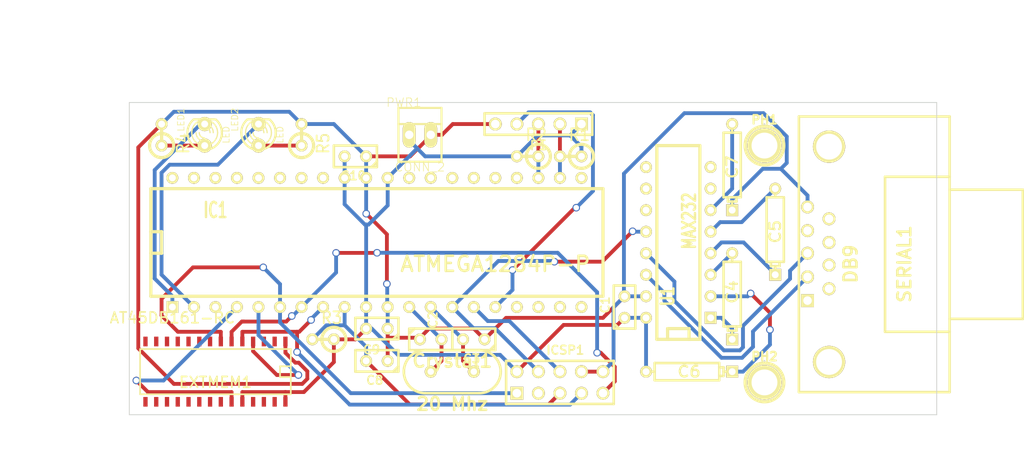
<source format=kicad_pcb>
(kicad_pcb (version 3) (host pcbnew "(2013-mar-13)-testing")

  (general
    (links 67)
    (no_connects 0)
    (area 175.209999 152.349999 270.560001 189.280001)
    (thickness 1.6)
    (drawings 17)
    (tracks 268)
    (zones 0)
    (modules 27)
    (nets 61)
  )

  (page A3)
  (layers
    (15 F.Cu signal)
    (0 B.Cu signal)
    (16 B.Adhes user)
    (17 F.Adhes user)
    (18 B.Paste user)
    (19 F.Paste user)
    (20 B.SilkS user)
    (21 F.SilkS user)
    (22 B.Mask user)
    (23 F.Mask user)
    (24 Dwgs.User user)
    (25 Cmts.User user)
    (26 Eco1.User user)
    (27 Eco2.User user)
    (28 Edge.Cuts user)
  )

  (setup
    (last_trace_width 0.254)
    (trace_clearance 0.254)
    (zone_clearance 0.508)
    (zone_45_only no)
    (trace_min 0.254)
    (segment_width 0.2)
    (edge_width 0.1)
    (via_size 0.889)
    (via_drill 0.635)
    (via_min_size 0.889)
    (via_min_drill 0.508)
    (uvia_size 0.508)
    (uvia_drill 0.127)
    (uvias_allowed no)
    (uvia_min_size 0.508)
    (uvia_min_drill 0.127)
    (pcb_text_width 0.3)
    (pcb_text_size 1.5 1.5)
    (mod_edge_width 0.15)
    (mod_text_size 1 1)
    (mod_text_width 0.15)
    (pad_size 4.064 4.064)
    (pad_drill 3.048)
    (pad_to_mask_clearance 0)
    (aux_axis_origin 175.26 152.4)
    (visible_elements FFFFFF7F)
    (pcbplotparams
      (layerselection 32769)
      (usegerberextensions false)
      (excludeedgelayer false)
      (linewidth 152400)
      (plotframeref false)
      (viasonmask false)
      (mode 1)
      (useauxorigin false)
      (hpglpennumber 1)
      (hpglpenspeed 20)
      (hpglpendiameter 15)
      (hpglpenoverlay 2)
      (psnegative false)
      (psa4output true)
      (plotreference true)
      (plotvalue true)
      (plotothertext true)
      (plotinvisibletext false)
      (padsonsilk false)
      (subtractmaskfromsilk false)
      (outputformat 2)
      (mirror false)
      (drillshape 2)
      (scaleselection 1)
      (outputdirectory /home/atiti/ownCloud/Electronics/evoting-atmega1284p/output/))
  )

  (net 0 "")
  (net 1 +3.3V)
  (net 2 GND)
  (net 3 N-000001)
  (net 4 N-0000010)
  (net 5 N-0000011)
  (net 6 N-0000012)
  (net 7 N-0000013)
  (net 8 N-0000015)
  (net 9 N-0000016)
  (net 10 N-0000017)
  (net 11 N-0000018)
  (net 12 N-0000019)
  (net 13 N-000002)
  (net 14 N-0000021)
  (net 15 N-0000022)
  (net 16 N-0000023)
  (net 17 N-0000024)
  (net 18 N-0000025)
  (net 19 N-0000026)
  (net 20 N-0000027)
  (net 21 N-0000028)
  (net 22 N-0000029)
  (net 23 N-000003)
  (net 24 N-0000030)
  (net 25 N-0000031)
  (net 26 N-0000032)
  (net 27 N-0000033)
  (net 28 N-0000034)
  (net 29 N-0000035)
  (net 30 N-0000036)
  (net 31 N-0000037)
  (net 32 N-0000038)
  (net 33 N-0000039)
  (net 34 N-000004)
  (net 35 N-0000040)
  (net 36 N-0000041)
  (net 37 N-0000042)
  (net 38 N-0000043)
  (net 39 N-0000044)
  (net 40 N-0000045)
  (net 41 N-0000046)
  (net 42 N-0000047)
  (net 43 N-0000048)
  (net 44 N-0000049)
  (net 45 N-000005)
  (net 46 N-0000050)
  (net 47 N-0000051)
  (net 48 N-0000052)
  (net 49 N-0000053)
  (net 50 N-0000054)
  (net 51 N-0000055)
  (net 52 N-0000056)
  (net 53 N-0000057)
  (net 54 N-0000058)
  (net 55 N-0000059)
  (net 56 N-000006)
  (net 57 N-0000060)
  (net 58 N-000007)
  (net 59 N-000008)
  (net 60 N-000009)

  (net_class Default "This is the default net class."
    (clearance 0.254)
    (trace_width 0.254)
    (via_dia 0.889)
    (via_drill 0.635)
    (uvia_dia 0.508)
    (uvia_drill 0.127)
    (add_net "")
    (add_net N-000001)
    (add_net N-0000010)
    (add_net N-0000013)
    (add_net N-0000015)
    (add_net N-0000022)
    (add_net N-0000023)
    (add_net N-0000024)
    (add_net N-0000026)
    (add_net N-0000027)
    (add_net N-0000028)
    (add_net N-0000029)
    (add_net N-0000030)
    (add_net N-0000031)
    (add_net N-0000032)
    (add_net N-0000033)
    (add_net N-0000034)
    (add_net N-0000035)
    (add_net N-0000036)
    (add_net N-0000037)
    (add_net N-0000042)
    (add_net N-0000043)
    (add_net N-0000044)
    (add_net N-0000045)
    (add_net N-0000046)
    (add_net N-0000047)
    (add_net N-0000050)
    (add_net N-0000053)
    (add_net N-0000054)
    (add_net N-0000055)
    (add_net N-0000056)
    (add_net N-0000059)
    (add_net N-000006)
    (add_net N-0000060)
    (add_net N-000008)
  )

  (net_class Hobby ""
    (clearance 0.35)
    (trace_width 0.35)
    (via_dia 0.889)
    (via_drill 0.635)
    (uvia_dia 0.508)
    (uvia_drill 0.127)
    (add_net +3.3V)
    (add_net GND)
    (add_net N-0000011)
    (add_net N-0000012)
    (add_net N-0000016)
    (add_net N-0000017)
    (add_net N-0000018)
    (add_net N-0000019)
    (add_net N-000002)
    (add_net N-0000021)
    (add_net N-0000025)
    (add_net N-000003)
    (add_net N-0000038)
    (add_net N-0000039)
    (add_net N-000004)
    (add_net N-0000040)
    (add_net N-0000041)
    (add_net N-0000048)
    (add_net N-0000049)
    (add_net N-000005)
    (add_net N-0000051)
    (add_net N-0000052)
    (add_net N-0000057)
    (add_net N-0000058)
    (add_net N-000007)
    (add_net N-000009)
  )

  (module S0IC28N (layer F.Cu) (tedit 516BF11C) (tstamp 51810569)
    (at 185.42 184.15 180)
    (descr "Module CMS SOJ 28 pins large")
    (tags "CMS SOJ")
    (path /516B1240)
    (attr smd)
    (fp_text reference EXTMEM1 (at 0 -1.26238 180) (layer F.SilkS)
      (effects (font (size 1.27 1.27) (thickness 0.2032)))
    )
    (fp_text value AT45DB161-RC (at 5.08 6.35 180) (layer F.SilkS)
      (effects (font (size 1.27 1.27) (thickness 0.2032)))
    )
    (fp_line (start 8.763 2.667) (end -8.89 2.667) (layer F.SilkS) (width 0.2032))
    (fp_line (start -8.89 -2.667) (end 8.89 -2.667) (layer F.SilkS) (width 0.2032))
    (fp_line (start 8.89 2.667) (end 8.89 -2.667) (layer F.SilkS) (width 0.2032))
    (fp_line (start -8.89 -2.667) (end -8.89 2.667) (layer F.SilkS) (width 0.2032))
    (fp_line (start -8.89 -0.635) (end -7.62 -0.635) (layer F.SilkS) (width 0.2032))
    (fp_line (start -7.62 -0.635) (end -7.62 0.635) (layer F.SilkS) (width 0.2032))
    (fp_line (start -7.62 0.635) (end -8.89 0.635) (layer F.SilkS) (width 0.2032))
    (pad 1 smd rect (at -8.255 3.556 180) (size 0.508 1.143)
      (layers F.Cu F.Paste F.Mask)
      (net 2 GND)
    )
    (pad 2 smd rect (at -6.985 3.556 180) (size 0.508 1.143)
      (layers F.Cu F.Paste F.Mask)
    )
    (pad 3 smd rect (at -5.715 3.556 180) (size 0.508 1.143)
      (layers F.Cu F.Paste F.Mask)
    )
    (pad 4 smd rect (at -4.445 3.556 180) (size 0.508 1.143)
      (layers F.Cu F.Paste F.Mask)
      (net 23 N-000003)
    )
    (pad 5 smd rect (at -3.175 3.556 180) (size 0.508 1.143)
      (layers F.Cu F.Paste F.Mask)
      (net 6 N-0000012)
    )
    (pad 6 smd rect (at -1.905 3.556 180) (size 0.508 1.143)
      (layers F.Cu F.Paste F.Mask)
      (net 5 N-0000011)
    )
    (pad 7 smd rect (at -0.635 3.556 180) (size 0.508 1.143)
      (layers F.Cu F.Paste F.Mask)
      (net 14 N-0000021)
    )
    (pad 8 smd rect (at 0.635 3.556 180) (size 0.508 1.143)
      (layers F.Cu F.Paste F.Mask)
    )
    (pad 9 smd rect (at 1.905 3.556 180) (size 0.508 1.143)
      (layers F.Cu F.Paste F.Mask)
    )
    (pad 10 smd rect (at 3.175 3.556 180) (size 0.508 1.143)
      (layers F.Cu F.Paste F.Mask)
    )
    (pad 11 smd rect (at 4.445 3.556 180) (size 0.508 1.143)
      (layers F.Cu F.Paste F.Mask)
    )
    (pad 12 smd rect (at 5.715 3.556 180) (size 0.508 1.143)
      (layers F.Cu F.Paste F.Mask)
    )
    (pad 13 smd rect (at 6.985 3.556 180) (size 0.508 1.143)
      (layers F.Cu F.Paste F.Mask)
    )
    (pad 14 smd rect (at 8.255 3.556 180) (size 0.508 1.143)
      (layers F.Cu F.Paste F.Mask)
    )
    (pad 15 smd rect (at 8.255 -3.556 180) (size 0.508 1.143)
      (layers F.Cu F.Paste F.Mask)
    )
    (pad 16 smd rect (at 6.985 -3.556 180) (size 0.508 1.143)
      (layers F.Cu F.Paste F.Mask)
    )
    (pad 17 smd rect (at 5.715 -3.556 180) (size 0.508 1.143)
      (layers F.Cu F.Paste F.Mask)
    )
    (pad 18 smd rect (at 4.445 -3.556 180) (size 0.508 1.143)
      (layers F.Cu F.Paste F.Mask)
    )
    (pad 19 smd rect (at 3.175 -3.556 180) (size 0.508 1.143)
      (layers F.Cu F.Paste F.Mask)
    )
    (pad 20 smd rect (at 1.905 -3.556 180) (size 0.508 1.143)
      (layers F.Cu F.Paste F.Mask)
    )
    (pad 21 smd rect (at 0.635 -3.556 180) (size 0.508 1.143)
      (layers F.Cu F.Paste F.Mask)
    )
    (pad 22 smd rect (at -0.635 -3.556 180) (size 0.508 1.143)
      (layers F.Cu F.Paste F.Mask)
    )
    (pad 23 smd rect (at -1.905 -3.556 180) (size 0.508 1.143)
      (layers F.Cu F.Paste F.Mask)
      (net 12 N-0000019)
    )
    (pad 24 smd rect (at -3.175 -3.556 180) (size 0.508 1.143)
      (layers F.Cu F.Paste F.Mask)
      (net 1 +3.3V)
    )
    (pad 25 smd rect (at -4.445 -3.556 180) (size 0.508 1.143)
      (layers F.Cu F.Paste F.Mask)
      (net 57 N-0000060)
    )
    (pad 26 smd rect (at -5.715 -3.556 180) (size 0.508 1.143)
      (layers F.Cu F.Paste F.Mask)
    )
    (pad 27 smd rect (at -6.985 -3.556 180) (size 0.508 1.143)
      (layers F.Cu F.Paste F.Mask)
    )
    (pad 28 smd rect (at -8.255 -3.556 180) (size 0.508 1.143)
      (layers F.Cu F.Paste F.Mask)
      (net 1 +3.3V)
    )
  )

  (module R1 (layer F.Cu) (tedit 200000) (tstamp 51810474)
    (at 195.58 156.21 90)
    (descr "Resistance verticale")
    (tags R)
    (path /516BEA51)
    (autoplace_cost90 10)
    (autoplace_cost180 10)
    (fp_text reference R5 (at -1.016 2.54 90) (layer F.SilkS)
      (effects (font (size 1.397 1.27) (thickness 0.2032)))
    )
    (fp_text value "1 kOhm" (at -1.143 2.54 90) (layer F.SilkS) hide
      (effects (font (size 1.397 1.27) (thickness 0.2032)))
    )
    (fp_line (start -1.27 0) (end 1.27 0) (layer F.SilkS) (width 0.381))
    (fp_circle (center -1.27 0) (end -0.635 1.27) (layer F.SilkS) (width 0.381))
    (pad 1 thru_hole circle (at -1.27 0 90) (size 1.397 1.397) (drill 0.8128)
      (layers *.Cu *.Mask F.SilkS)
      (net 3 N-000001)
    )
    (pad 2 thru_hole circle (at 1.27 0 90) (size 1.397 1.397) (drill 0.8128)
      (layers *.Cu *.Mask F.SilkS)
      (net 2 GND)
    )
    (model discret/verti_resistor.wrl
      (at (xyz 0 0 0))
      (scale (xyz 1 1 1))
      (rotate (xyz 0 0 0))
    )
  )

  (module R1 (layer F.Cu) (tedit 200000) (tstamp 5181048F)
    (at 222.25 158.75 180)
    (descr "Resistance verticale")
    (tags R)
    (path /51372726)
    (autoplace_cost90 10)
    (autoplace_cost180 10)
    (fp_text reference R2 (at -1.016 2.54 180) (layer F.SilkS)
      (effects (font (size 1.397 1.27) (thickness 0.2032)))
    )
    (fp_text value "4.7 kOhm" (at -1.143 2.54 180) (layer F.SilkS) hide
      (effects (font (size 1.397 1.27) (thickness 0.2032)))
    )
    (fp_line (start -1.27 0) (end 1.27 0) (layer F.SilkS) (width 0.381))
    (fp_circle (center -1.27 0) (end -0.635 1.27) (layer F.SilkS) (width 0.381))
    (pad 1 thru_hole circle (at -1.27 0 180) (size 1.397 1.397) (drill 0.8128)
      (layers *.Cu *.Mask F.SilkS)
      (net 16 N-0000023)
    )
    (pad 2 thru_hole circle (at 1.27 0 180) (size 1.397 1.397) (drill 0.8128)
      (layers *.Cu *.Mask F.SilkS)
      (net 1 +3.3V)
    )
    (model discret/verti_resistor.wrl
      (at (xyz 0 0 0))
      (scale (xyz 1 1 1))
      (rotate (xyz 0 0 0))
    )
  )

  (module R1 (layer F.Cu) (tedit 200000) (tstamp 5181047D)
    (at 227.33 158.75 180)
    (descr "Resistance verticale")
    (tags R)
    (path /51372721)
    (autoplace_cost90 10)
    (autoplace_cost180 10)
    (fp_text reference R1 (at -1.016 2.54 180) (layer F.SilkS)
      (effects (font (size 1.397 1.27) (thickness 0.2032)))
    )
    (fp_text value "4.7 kOhm" (at -1.143 2.54 180) (layer F.SilkS) hide
      (effects (font (size 1.397 1.27) (thickness 0.2032)))
    )
    (fp_line (start -1.27 0) (end 1.27 0) (layer F.SilkS) (width 0.381))
    (fp_circle (center -1.27 0) (end -0.635 1.27) (layer F.SilkS) (width 0.381))
    (pad 1 thru_hole circle (at -1.27 0 180) (size 1.397 1.397) (drill 0.8128)
      (layers *.Cu *.Mask F.SilkS)
      (net 1 +3.3V)
    )
    (pad 2 thru_hole circle (at 1.27 0 180) (size 1.397 1.397) (drill 0.8128)
      (layers *.Cu *.Mask F.SilkS)
      (net 60 N-000009)
    )
    (model discret/verti_resistor.wrl
      (at (xyz 0 0 0))
      (scale (xyz 1 1 1))
      (rotate (xyz 0 0 0))
    )
  )

  (module R1 (layer F.Cu) (tedit 200000) (tstamp 51810486)
    (at 198.12 180.34 180)
    (descr "Resistance verticale")
    (tags R)
    (path /513723F4)
    (autoplace_cost90 10)
    (autoplace_cost180 10)
    (fp_text reference R3 (at -1.016 2.54 180) (layer F.SilkS)
      (effects (font (size 1.397 1.27) (thickness 0.2032)))
    )
    (fp_text value "100 kOhm" (at -1.143 2.54 180) (layer F.SilkS) hide
      (effects (font (size 1.397 1.27) (thickness 0.2032)))
    )
    (fp_line (start -1.27 0) (end 1.27 0) (layer F.SilkS) (width 0.381))
    (fp_circle (center -1.27 0) (end -0.635 1.27) (layer F.SilkS) (width 0.381))
    (pad 1 thru_hole circle (at -1.27 0 180) (size 1.397 1.397) (drill 0.8128)
      (layers *.Cu *.Mask F.SilkS)
      (net 1 +3.3V)
    )
    (pad 2 thru_hole circle (at 1.27 0 180) (size 1.397 1.397) (drill 0.8128)
      (layers *.Cu *.Mask F.SilkS)
      (net 7 N-0000013)
    )
    (model discret/verti_resistor.wrl
      (at (xyz 0 0 0))
      (scale (xyz 1 1 1))
      (rotate (xyz 0 0 0))
    )
  )

  (module R1 (layer F.Cu) (tedit 200000) (tstamp 5181046B)
    (at 179.07 156.21 90)
    (descr "Resistance verticale")
    (tags R)
    (path /516BEA42)
    (autoplace_cost90 10)
    (autoplace_cost180 10)
    (fp_text reference R4 (at -1.016 2.54 90) (layer F.SilkS)
      (effects (font (size 1.397 1.27) (thickness 0.2032)))
    )
    (fp_text value "1 kOhm" (at -1.143 2.54 90) (layer F.SilkS) hide
      (effects (font (size 1.397 1.27) (thickness 0.2032)))
    )
    (fp_line (start -1.27 0) (end 1.27 0) (layer F.SilkS) (width 0.381))
    (fp_circle (center -1.27 0) (end -0.635 1.27) (layer F.SilkS) (width 0.381))
    (pad 1 thru_hole circle (at -1.27 0 90) (size 1.397 1.397) (drill 0.8128)
      (layers *.Cu *.Mask F.SilkS)
      (net 58 N-000007)
    )
    (pad 2 thru_hole circle (at 1.27 0 90) (size 1.397 1.397) (drill 0.8128)
      (layers *.Cu *.Mask F.SilkS)
      (net 2 GND)
    )
    (model discret/verti_resistor.wrl
      (at (xyz 0 0 0))
      (scale (xyz 1 1 1))
      (rotate (xyz 0 0 0))
    )
  )

  (module PINHEAD1-2 (layer F.Cu) (tedit 4C5EDFB2) (tstamp 51810513)
    (at 209.55 156.21)
    (path /51372FF1)
    (attr virtual)
    (fp_text reference PWR1 (at -1.905 -3.81) (layer F.SilkS)
      (effects (font (size 1.016 1.016) (thickness 0.0889)))
    )
    (fp_text value CONN_2 (at 0 3.81) (layer F.SilkS)
      (effects (font (size 1.016 1.016) (thickness 0.0889)))
    )
    (fp_line (start 2.54 -1.27) (end -2.54 -1.27) (layer F.SilkS) (width 0.254))
    (fp_line (start 2.54 3.175) (end -2.54 3.175) (layer F.SilkS) (width 0.254))
    (fp_line (start -2.54 -3.175) (end 2.54 -3.175) (layer F.SilkS) (width 0.254))
    (fp_line (start -2.54 -3.175) (end -2.54 3.175) (layer F.SilkS) (width 0.254))
    (fp_line (start 2.54 -3.175) (end 2.54 3.175) (layer F.SilkS) (width 0.254))
    (pad 1 thru_hole oval (at -1.27 0) (size 1.50622 3.01498) (drill 0.99822)
      (layers *.Cu F.Paste F.SilkS F.Mask)
      (net 1 +3.3V)
    )
    (pad 2 thru_hole oval (at 1.27 0) (size 1.50622 3.01498) (drill 0.99822)
      (layers *.Cu F.Paste F.SilkS F.Mask)
      (net 2 GND)
    )
  )

  (module PIN_ARRAY_5x1 (layer F.Cu) (tedit 45976D86) (tstamp 51810521)
    (at 223.52 154.94 180)
    (descr "Double rangee de contacts 2 x 5 pins")
    (tags CONN)
    (path /516BF7CB)
    (fp_text reference P1 (at 0 -2.54 180) (layer F.SilkS)
      (effects (font (size 1.016 1.016) (thickness 0.2032)))
    )
    (fp_text value CONN_5 (at 0 2.54 180) (layer F.SilkS) hide
      (effects (font (size 1.016 1.016) (thickness 0.2032)))
    )
    (fp_line (start -6.35 -1.27) (end -6.35 1.27) (layer F.SilkS) (width 0.3048))
    (fp_line (start 6.35 1.27) (end 6.35 -1.27) (layer F.SilkS) (width 0.3048))
    (fp_line (start -6.35 -1.27) (end 6.35 -1.27) (layer F.SilkS) (width 0.3048))
    (fp_line (start 6.35 1.27) (end -6.35 1.27) (layer F.SilkS) (width 0.3048))
    (pad 1 thru_hole rect (at -5.08 0 180) (size 1.524 1.524) (drill 1.016)
      (layers *.Cu *.Mask F.SilkS)
      (net 1 +3.3V)
    )
    (pad 2 thru_hole circle (at -2.54 0 180) (size 1.524 1.524) (drill 1.016)
      (layers *.Cu *.Mask F.SilkS)
      (net 60 N-000009)
    )
    (pad 3 thru_hole circle (at 0 0 180) (size 1.524 1.524) (drill 1.016)
      (layers *.Cu *.Mask F.SilkS)
      (net 16 N-0000023)
    )
    (pad 4 thru_hole circle (at 2.54 0 180) (size 1.524 1.524) (drill 1.016)
      (layers *.Cu *.Mask F.SilkS)
      (net 15 N-0000022)
    )
    (pad 5 thru_hole circle (at 5.08 0 180) (size 1.524 1.524) (drill 1.016)
      (layers *.Cu *.Mask F.SilkS)
      (net 2 GND)
    )
    (model pin_array/pins_array_5x1.wrl
      (at (xyz 0 0 0))
      (scale (xyz 1 1 1))
      (rotate (xyz 0 0 0))
    )
  )

  (module LED-3MM (layer F.Cu) (tedit 50ADE848) (tstamp 518104A9)
    (at 184.15 156.21 90)
    (descr "LED 3mm - Lead pitch 100mil (2,54mm)")
    (tags "LED led 3mm 3MM 100mil 2,54mm")
    (path /51372C0F)
    (fp_text reference LED1 (at 1.778 -2.794 90) (layer F.SilkS)
      (effects (font (size 0.762 0.762) (thickness 0.0889)))
    )
    (fp_text value LED (at 0 2.54 90) (layer F.SilkS)
      (effects (font (size 0.762 0.762) (thickness 0.0889)))
    )
    (fp_line (start 1.8288 1.27) (end 1.8288 -1.27) (layer F.SilkS) (width 0.254))
    (fp_arc (start 0.254 0) (end -1.27 0) (angle 39.8) (layer F.SilkS) (width 0.1524))
    (fp_arc (start 0.254 0) (end -0.88392 1.01092) (angle 41.6) (layer F.SilkS) (width 0.1524))
    (fp_arc (start 0.254 0) (end 1.4097 -0.9906) (angle 40.6) (layer F.SilkS) (width 0.1524))
    (fp_arc (start 0.254 0) (end 1.778 0) (angle 39.8) (layer F.SilkS) (width 0.1524))
    (fp_arc (start 0.254 0) (end 0.254 -1.524) (angle 54.4) (layer F.SilkS) (width 0.1524))
    (fp_arc (start 0.254 0) (end -0.9652 -0.9144) (angle 53.1) (layer F.SilkS) (width 0.1524))
    (fp_arc (start 0.254 0) (end 1.45542 0.93472) (angle 52.1) (layer F.SilkS) (width 0.1524))
    (fp_arc (start 0.254 0) (end 0.254 1.524) (angle 52.1) (layer F.SilkS) (width 0.1524))
    (fp_arc (start 0.254 0) (end -0.381 0) (angle 90) (layer F.SilkS) (width 0.1524))
    (fp_arc (start 0.254 0) (end -0.762 0) (angle 90) (layer F.SilkS) (width 0.1524))
    (fp_arc (start 0.254 0) (end 0.889 0) (angle 90) (layer F.SilkS) (width 0.1524))
    (fp_arc (start 0.254 0) (end 1.27 0) (angle 90) (layer F.SilkS) (width 0.1524))
    (fp_arc (start 0.254 0) (end 0.254 -2.032) (angle 50.1) (layer F.SilkS) (width 0.254))
    (fp_arc (start 0.254 0) (end -1.5367 -0.95504) (angle 61.9) (layer F.SilkS) (width 0.254))
    (fp_arc (start 0.254 0) (end 1.8034 1.31064) (angle 49.7) (layer F.SilkS) (width 0.254))
    (fp_arc (start 0.254 0) (end 0.254 2.032) (angle 60.2) (layer F.SilkS) (width 0.254))
    (fp_arc (start 0.254 0) (end -1.778 0) (angle 28.3) (layer F.SilkS) (width 0.254))
    (fp_arc (start 0.254 0) (end -1.47574 1.06426) (angle 31.6) (layer F.SilkS) (width 0.254))
    (pad 1 thru_hole circle (at -1.27 0 90) (size 1.6764 1.6764) (drill 0.8128)
      (layers *.Cu *.Mask F.SilkS)
      (net 58 N-000007)
    )
    (pad 2 thru_hole circle (at 1.27 0 90) (size 1.6764 1.6764) (drill 0.8128)
      (layers *.Cu *.Mask F.SilkS)
      (net 13 N-000002)
    )
    (model discret/leds/led3_vertical_verde.wrl
      (at (xyz 0 0 0))
      (scale (xyz 1 1 1))
      (rotate (xyz 0 0 0))
    )
  )

  (module LED-3MM (layer F.Cu) (tedit 50ADE848) (tstamp 518104C3)
    (at 190.5 156.21 90)
    (descr "LED 3mm - Lead pitch 100mil (2,54mm)")
    (tags "LED led 3mm 3MM 100mil 2,54mm")
    (path /51372BFA)
    (fp_text reference LED2 (at 1.778 -2.794 90) (layer F.SilkS)
      (effects (font (size 0.762 0.762) (thickness 0.0889)))
    )
    (fp_text value LED (at 0 2.54 90) (layer F.SilkS)
      (effects (font (size 0.762 0.762) (thickness 0.0889)))
    )
    (fp_line (start 1.8288 1.27) (end 1.8288 -1.27) (layer F.SilkS) (width 0.254))
    (fp_arc (start 0.254 0) (end -1.27 0) (angle 39.8) (layer F.SilkS) (width 0.1524))
    (fp_arc (start 0.254 0) (end -0.88392 1.01092) (angle 41.6) (layer F.SilkS) (width 0.1524))
    (fp_arc (start 0.254 0) (end 1.4097 -0.9906) (angle 40.6) (layer F.SilkS) (width 0.1524))
    (fp_arc (start 0.254 0) (end 1.778 0) (angle 39.8) (layer F.SilkS) (width 0.1524))
    (fp_arc (start 0.254 0) (end 0.254 -1.524) (angle 54.4) (layer F.SilkS) (width 0.1524))
    (fp_arc (start 0.254 0) (end -0.9652 -0.9144) (angle 53.1) (layer F.SilkS) (width 0.1524))
    (fp_arc (start 0.254 0) (end 1.45542 0.93472) (angle 52.1) (layer F.SilkS) (width 0.1524))
    (fp_arc (start 0.254 0) (end 0.254 1.524) (angle 52.1) (layer F.SilkS) (width 0.1524))
    (fp_arc (start 0.254 0) (end -0.381 0) (angle 90) (layer F.SilkS) (width 0.1524))
    (fp_arc (start 0.254 0) (end -0.762 0) (angle 90) (layer F.SilkS) (width 0.1524))
    (fp_arc (start 0.254 0) (end 0.889 0) (angle 90) (layer F.SilkS) (width 0.1524))
    (fp_arc (start 0.254 0) (end 1.27 0) (angle 90) (layer F.SilkS) (width 0.1524))
    (fp_arc (start 0.254 0) (end 0.254 -2.032) (angle 50.1) (layer F.SilkS) (width 0.254))
    (fp_arc (start 0.254 0) (end -1.5367 -0.95504) (angle 61.9) (layer F.SilkS) (width 0.254))
    (fp_arc (start 0.254 0) (end 1.8034 1.31064) (angle 49.7) (layer F.SilkS) (width 0.254))
    (fp_arc (start 0.254 0) (end 0.254 2.032) (angle 60.2) (layer F.SilkS) (width 0.254))
    (fp_arc (start 0.254 0) (end -1.778 0) (angle 28.3) (layer F.SilkS) (width 0.254))
    (fp_arc (start 0.254 0) (end -1.47574 1.06426) (angle 31.6) (layer F.SilkS) (width 0.254))
    (pad 1 thru_hole circle (at -1.27 0 90) (size 1.6764 1.6764) (drill 0.8128)
      (layers *.Cu *.Mask F.SilkS)
      (net 3 N-000001)
    )
    (pad 2 thru_hole circle (at 1.27 0 90) (size 1.6764 1.6764) (drill 0.8128)
      (layers *.Cu *.Mask F.SilkS)
      (net 4 N-0000010)
    )
    (model discret/leds/led3_vertical_verde.wrl
      (at (xyz 0 0 0))
      (scale (xyz 1 1 1))
      (rotate (xyz 0 0 0))
    )
  )

  (module HC-49V (layer F.Cu) (tedit 5180B7DD) (tstamp 5181052E)
    (at 213.36 184.15)
    (descr "Quartz boitier HC-49 Vertical")
    (tags "QUARTZ DEV")
    (path /51371C6A)
    (autoplace_cost180 10)
    (fp_text reference Crystal1 (at 0 -1.27) (layer F.SilkS)
      (effects (font (thickness 0.3048)))
    )
    (fp_text value "20 Mhz" (at 0 3.81) (layer F.SilkS)
      (effects (font (thickness 0.3048)))
    )
    (fp_line (start -3.175 2.54) (end 3.175 2.54) (layer F.SilkS) (width 0.3175))
    (fp_line (start -3.175 -2.54) (end 3.175 -2.54) (layer F.SilkS) (width 0.3175))
    (fp_arc (start 3.175 0) (end 3.175 -2.54) (angle 90) (layer F.SilkS) (width 0.3175))
    (fp_arc (start 3.175 0) (end 5.715 0) (angle 90) (layer F.SilkS) (width 0.3175))
    (fp_arc (start -3.175 0) (end -5.715 0) (angle 90) (layer F.SilkS) (width 0.3175))
    (fp_arc (start -3.175 0) (end -3.175 2.54) (angle 90) (layer F.SilkS) (width 0.3175))
    (pad 1 thru_hole circle (at -2.54 0) (size 1.4224 1.4224) (drill 0.762)
      (layers *.Cu *.Mask F.SilkS)
      (net 22 N-0000029)
    )
    (pad 2 thru_hole circle (at 2.54 0) (size 1.4224 1.4224) (drill 0.762)
      (layers *.Cu *.Mask F.SilkS)
      (net 21 N-0000028)
    )
    (model discret/xtal/crystal_hc18u_vertical.wrl
      (at (xyz 0 0 0))
      (scale (xyz 1 1 0.2))
      (rotate (xyz 0 0 0))
    )
  )

  (module DIP-40__600 (layer F.Cu) (tedit 200000) (tstamp 5184E131)
    (at 204.47 168.91)
    (descr "Module Dil 40 pins, pads ronds, e=600 mils")
    (tags DIL)
    (path /51371C04)
    (fp_text reference IC1 (at -19.05 -3.81) (layer F.SilkS)
      (effects (font (size 1.778 1.143) (thickness 0.3048)))
    )
    (fp_text value ATMEGA1284P-P (at 13.97 2.54) (layer F.SilkS)
      (effects (font (size 1.778 1.778) (thickness 0.3048)))
    )
    (fp_line (start -26.67 -1.27) (end -25.4 -1.27) (layer F.SilkS) (width 0.381))
    (fp_line (start -25.4 -1.27) (end -25.4 1.27) (layer F.SilkS) (width 0.381))
    (fp_line (start -25.4 1.27) (end -26.67 1.27) (layer F.SilkS) (width 0.381))
    (fp_line (start -26.67 -6.35) (end 26.67 -6.35) (layer F.SilkS) (width 0.381))
    (fp_line (start 26.67 -6.35) (end 26.67 6.35) (layer F.SilkS) (width 0.381))
    (fp_line (start 26.67 6.35) (end -26.67 6.35) (layer F.SilkS) (width 0.381))
    (fp_line (start -26.67 6.35) (end -26.67 -6.35) (layer F.SilkS) (width 0.381))
    (pad 1 thru_hole rect (at -24.13 7.62) (size 1.397 1.397) (drill 0.8128)
      (layers *.Cu *.Mask F.SilkS)
      (net 13 N-000002)
    )
    (pad 2 thru_hole circle (at -21.59 7.62) (size 1.397 1.397) (drill 0.8128)
      (layers *.Cu *.Mask F.SilkS)
      (net 4 N-0000010)
    )
    (pad 3 thru_hole circle (at -19.05 7.62) (size 1.397 1.397) (drill 0.8128)
      (layers *.Cu *.Mask F.SilkS)
      (net 20 N-0000027)
    )
    (pad 4 thru_hole circle (at -16.51 7.62) (size 1.397 1.397) (drill 0.8128)
      (layers *.Cu *.Mask F.SilkS)
      (net 12 N-0000019)
    )
    (pad 5 thru_hole circle (at -13.97 7.62) (size 1.397 1.397) (drill 0.8128)
      (layers *.Cu *.Mask F.SilkS)
      (net 23 N-000003)
    )
    (pad 6 thru_hole circle (at -11.43 7.62) (size 1.397 1.397) (drill 0.8128)
      (layers *.Cu *.Mask F.SilkS)
      (net 14 N-0000021)
    )
    (pad 7 thru_hole circle (at -8.89 7.62) (size 1.397 1.397) (drill 0.8128)
      (layers *.Cu *.Mask F.SilkS)
      (net 5 N-0000011)
    )
    (pad 8 thru_hole circle (at -6.35 7.62) (size 1.397 1.397) (drill 0.8128)
      (layers *.Cu *.Mask F.SilkS)
      (net 6 N-0000012)
    )
    (pad 9 thru_hole circle (at -3.81 7.62) (size 1.397 1.397) (drill 0.8128)
      (layers *.Cu *.Mask F.SilkS)
      (net 7 N-0000013)
    )
    (pad 10 thru_hole circle (at -1.27 7.62) (size 1.397 1.397) (drill 0.8128)
      (layers *.Cu *.Mask F.SilkS)
      (net 1 +3.3V)
    )
    (pad 11 thru_hole circle (at 1.27 7.62) (size 1.397 1.397) (drill 0.8128)
      (layers *.Cu *.Mask F.SilkS)
      (net 2 GND)
    )
    (pad 12 thru_hole circle (at 3.81 7.62) (size 1.397 1.397) (drill 0.8128)
      (layers *.Cu *.Mask F.SilkS)
      (net 22 N-0000029)
    )
    (pad 13 thru_hole circle (at 6.35 7.62) (size 1.397 1.397) (drill 0.8128)
      (layers *.Cu *.Mask F.SilkS)
      (net 21 N-0000028)
    )
    (pad 14 thru_hole circle (at 8.89 7.62) (size 1.397 1.397) (drill 0.8128)
      (layers *.Cu *.Mask F.SilkS)
      (net 56 N-000006)
    )
    (pad 15 thru_hole circle (at 11.43 7.62) (size 1.397 1.397) (drill 0.8128)
      (layers *.Cu *.Mask F.SilkS)
      (net 45 N-000005)
    )
    (pad 16 thru_hole circle (at 13.97 7.62) (size 1.397 1.397) (drill 0.8128)
      (layers *.Cu *.Mask F.SilkS)
      (net 15 N-0000022)
    )
    (pad 17 thru_hole circle (at 16.51 7.62) (size 1.397 1.397) (drill 0.8128)
      (layers *.Cu *.Mask F.SilkS)
      (net 35 N-0000040)
    )
    (pad 18 thru_hole circle (at 19.05 7.62) (size 1.397 1.397) (drill 0.8128)
      (layers *.Cu *.Mask F.SilkS)
      (net 31 N-0000037)
    )
    (pad 19 thru_hole circle (at 21.59 7.62) (size 1.397 1.397) (drill 0.8128)
      (layers *.Cu *.Mask F.SilkS)
      (net 28 N-0000034)
    )
    (pad 20 thru_hole circle (at 24.13 7.62) (size 1.397 1.397) (drill 0.8128)
      (layers *.Cu *.Mask F.SilkS)
      (net 19 N-0000026)
    )
    (pad 21 thru_hole circle (at 24.13 -7.62) (size 1.397 1.397) (drill 0.8128)
      (layers *.Cu *.Mask F.SilkS)
      (net 17 N-0000024)
    )
    (pad 22 thru_hole circle (at 21.59 -7.62) (size 1.397 1.397) (drill 0.8128)
      (layers *.Cu *.Mask F.SilkS)
      (net 60 N-000009)
    )
    (pad 23 thru_hole circle (at 19.05 -7.62) (size 1.397 1.397) (drill 0.8128)
      (layers *.Cu *.Mask F.SilkS)
      (net 16 N-0000023)
    )
    (pad 24 thru_hole circle (at 16.51 -7.62) (size 1.397 1.397) (drill 0.8128)
      (layers *.Cu *.Mask F.SilkS)
      (net 40 N-0000045)
    )
    (pad 25 thru_hole circle (at 13.97 -7.62) (size 1.397 1.397) (drill 0.8128)
      (layers *.Cu *.Mask F.SilkS)
      (net 38 N-0000043)
    )
    (pad 26 thru_hole circle (at 11.43 -7.62) (size 1.397 1.397) (drill 0.8128)
      (layers *.Cu *.Mask F.SilkS)
      (net 36 N-0000041)
    )
    (pad 27 thru_hole circle (at 8.89 -7.62) (size 1.397 1.397) (drill 0.8128)
      (layers *.Cu *.Mask F.SilkS)
      (net 33 N-0000039)
    )
    (pad 28 thru_hole circle (at 6.35 -7.62) (size 1.397 1.397) (drill 0.8128)
      (layers *.Cu *.Mask F.SilkS)
      (net 30 N-0000036)
    )
    (pad 29 thru_hole circle (at 3.81 -7.62) (size 1.397 1.397) (drill 0.8128)
      (layers *.Cu *.Mask F.SilkS)
      (net 27 N-0000033)
    )
    (pad 30 thru_hole circle (at 1.27 -7.62) (size 1.397 1.397) (drill 0.8128)
      (layers *.Cu *.Mask F.SilkS)
      (net 1 +3.3V)
    )
    (pad 31 thru_hole circle (at -1.27 -7.62) (size 1.397 1.397) (drill 0.8128)
      (layers *.Cu *.Mask F.SilkS)
      (net 2 GND)
    )
    (pad 32 thru_hole circle (at -3.81 -7.62) (size 1.397 1.397) (drill 0.8128)
      (layers *.Cu *.Mask F.SilkS)
      (net 1 +3.3V)
    )
    (pad 33 thru_hole circle (at -6.35 -7.62) (size 1.397 1.397) (drill 0.8128)
      (layers *.Cu *.Mask F.SilkS)
      (net 41 N-0000046)
    )
    (pad 34 thru_hole circle (at -8.89 -7.62) (size 1.397 1.397) (drill 0.8128)
      (layers *.Cu *.Mask F.SilkS)
      (net 39 N-0000044)
    )
    (pad 35 thru_hole circle (at -11.43 -7.62) (size 1.397 1.397) (drill 0.8128)
      (layers *.Cu *.Mask F.SilkS)
      (net 37 N-0000042)
    )
    (pad 36 thru_hole circle (at -13.97 -7.62) (size 1.397 1.397) (drill 0.8128)
      (layers *.Cu *.Mask F.SilkS)
      (net 24 N-0000030)
    )
    (pad 37 thru_hole circle (at -16.51 -7.62) (size 1.397 1.397) (drill 0.8128)
      (layers *.Cu *.Mask F.SilkS)
      (net 32 N-0000038)
    )
    (pad 38 thru_hole circle (at -19.05 -7.62) (size 1.397 1.397) (drill 0.8128)
      (layers *.Cu *.Mask F.SilkS)
      (net 29 N-0000035)
    )
    (pad 39 thru_hole circle (at -21.59 -7.62) (size 1.397 1.397) (drill 0.8128)
      (layers *.Cu *.Mask F.SilkS)
      (net 26 N-0000032)
    )
    (pad 40 thru_hole circle (at -24.13 -7.62) (size 1.397 1.397) (drill 0.8128)
      (layers *.Cu *.Mask F.SilkS)
      (net 18 N-0000025)
    )
    (model dil/dil_40-w600.wrl
      (at (xyz 0 0 0))
      (scale (xyz 1 1 1))
      (rotate (xyz 0 0 0))
    )
  )

  (module DIP-16__300 (layer F.Cu) (tedit 200000) (tstamp 51810586)
    (at 240.03 168.91 90)
    (descr "16 pins DIL package, round pads")
    (tags DIL)
    (path /516B0BD7)
    (fp_text reference U1 (at -6.35 -1.27 90) (layer F.SilkS)
      (effects (font (size 1.524 1.143) (thickness 0.3048)))
    )
    (fp_text value MAX232 (at 2.54 1.27 90) (layer F.SilkS)
      (effects (font (size 1.524 1.143) (thickness 0.3048)))
    )
    (fp_line (start -11.43 -1.27) (end -11.43 -1.27) (layer F.SilkS) (width 0.381))
    (fp_line (start -11.43 -1.27) (end -10.16 -1.27) (layer F.SilkS) (width 0.381))
    (fp_line (start -10.16 -1.27) (end -10.16 1.27) (layer F.SilkS) (width 0.381))
    (fp_line (start -10.16 1.27) (end -11.43 1.27) (layer F.SilkS) (width 0.381))
    (fp_line (start -11.43 -2.54) (end 11.43 -2.54) (layer F.SilkS) (width 0.381))
    (fp_line (start 11.43 -2.54) (end 11.43 2.54) (layer F.SilkS) (width 0.381))
    (fp_line (start 11.43 2.54) (end -11.43 2.54) (layer F.SilkS) (width 0.381))
    (fp_line (start -11.43 2.54) (end -11.43 -2.54) (layer F.SilkS) (width 0.381))
    (pad 1 thru_hole rect (at -8.89 3.81 90) (size 1.397 1.397) (drill 0.8128)
      (layers *.Cu *.Mask F.SilkS)
      (net 25 N-0000031)
    )
    (pad 2 thru_hole circle (at -6.35 3.81 90) (size 1.397 1.397) (drill 0.8128)
      (layers *.Cu *.Mask F.SilkS)
      (net 9 N-0000016)
    )
    (pad 3 thru_hole circle (at -3.81 3.81 90) (size 1.397 1.397) (drill 0.8128)
      (layers *.Cu *.Mask F.SilkS)
      (net 42 N-0000047)
    )
    (pad 4 thru_hole circle (at -1.27 3.81 90) (size 1.397 1.397) (drill 0.8128)
      (layers *.Cu *.Mask F.SilkS)
      (net 44 N-0000049)
    )
    (pad 5 thru_hole circle (at 1.27 3.81 90) (size 1.397 1.397) (drill 0.8128)
      (layers *.Cu *.Mask F.SilkS)
      (net 43 N-0000048)
    )
    (pad 6 thru_hole circle (at 3.81 3.81 90) (size 1.397 1.397) (drill 0.8128)
      (layers *.Cu *.Mask F.SilkS)
      (net 8 N-0000015)
    )
    (pad 7 thru_hole circle (at 6.35 3.81 90) (size 1.397 1.397) (drill 0.8128)
      (layers *.Cu *.Mask F.SilkS)
      (net 55 N-0000059)
    )
    (pad 8 thru_hole circle (at 8.89 3.81 90) (size 1.397 1.397) (drill 0.8128)
      (layers *.Cu *.Mask F.SilkS)
      (net 54 N-0000058)
    )
    (pad 9 thru_hole circle (at 8.89 -3.81 90) (size 1.397 1.397) (drill 0.8128)
      (layers *.Cu *.Mask F.SilkS)
      (net 52 N-0000056)
    )
    (pad 10 thru_hole circle (at 6.35 -3.81 90) (size 1.397 1.397) (drill 0.8128)
      (layers *.Cu *.Mask F.SilkS)
      (net 53 N-0000057)
    )
    (pad 11 thru_hole circle (at 3.81 -3.81 90) (size 1.397 1.397) (drill 0.8128)
      (layers *.Cu *.Mask F.SilkS)
      (net 34 N-000004)
    )
    (pad 12 thru_hole circle (at 1.27 -3.81 90) (size 1.397 1.397) (drill 0.8128)
      (layers *.Cu *.Mask F.SilkS)
      (net 56 N-000006)
    )
    (pad 13 thru_hole circle (at -1.27 -3.81 90) (size 1.397 1.397) (drill 0.8128)
      (layers *.Cu *.Mask F.SilkS)
      (net 10 N-0000017)
    )
    (pad 14 thru_hole circle (at -3.81 -3.81 90) (size 1.397 1.397) (drill 0.8128)
      (layers *.Cu *.Mask F.SilkS)
      (net 11 N-0000018)
    )
    (pad 15 thru_hole circle (at -6.35 -3.81 90) (size 1.397 1.397) (drill 0.8128)
      (layers *.Cu *.Mask F.SilkS)
      (net 2 GND)
    )
    (pad 16 thru_hole circle (at -8.89 -3.81 90) (size 1.397 1.397) (drill 0.8128)
      (layers *.Cu *.Mask F.SilkS)
      (net 1 +3.3V)
    )
    (model dil/dil_16.wrl
      (at (xyz 0 0 0))
      (scale (xyz 1 1 1))
      (rotate (xyz 0 0 0))
    )
  )

  (module CP4 (layer F.Cu) (tedit 5180BA4C) (tstamp 51810507)
    (at 241.3 184.15 180)
    (descr "Condensateur polarise")
    (tags CP)
    (path /516BF052)
    (fp_text reference C6 (at 0 0 180) (layer F.SilkS)
      (effects (font (size 1.27 1.397) (thickness 0.254)))
    )
    (fp_text value "1 uF" (at 0.508 0 180) (layer F.SilkS) hide
      (effects (font (size 1.27 1.143) (thickness 0.254)))
    )
    (fp_line (start 5.08 0) (end 4.064 0) (layer F.SilkS) (width 0.3048))
    (fp_line (start 4.064 0) (end 4.064 1.016) (layer F.SilkS) (width 0.3048))
    (fp_line (start 4.064 1.016) (end -3.556 1.016) (layer F.SilkS) (width 0.3048))
    (fp_line (start -3.556 1.016) (end -3.556 -1.016) (layer F.SilkS) (width 0.3048))
    (fp_line (start -3.556 -1.016) (end 4.064 -1.016) (layer F.SilkS) (width 0.3048))
    (fp_line (start 4.064 -1.016) (end 4.064 0) (layer F.SilkS) (width 0.3048))
    (fp_line (start -5.08 0) (end -4.064 0) (layer F.SilkS) (width 0.3048))
    (fp_line (start -3.556 0.508) (end -4.064 0.508) (layer F.SilkS) (width 0.3048))
    (fp_line (start -4.064 0.508) (end -4.064 -0.508) (layer F.SilkS) (width 0.3048))
    (fp_line (start -4.064 -0.508) (end -3.556 -0.508) (layer F.SilkS) (width 0.3048))
    (pad 1 thru_hole rect (at -5.08 0 180) (size 1.397 1.397) (drill 0.8128)
      (layers *.Cu *.Mask F.SilkS)
      (net 9 N-0000016)
    )
    (pad 2 thru_hole circle (at 5.08 0 180) (size 1.397 1.397) (drill 0.8128)
      (layers *.Cu *.Mask F.SilkS)
      (net 1 +3.3V)
    )
    (model discret/c_pol.wrl
      (at (xyz 0 0 0))
      (scale (xyz 0.4 0.4 0.4))
      (rotate (xyz 0 0 0))
    )
  )

  (module CP4 (layer F.Cu) (tedit 5184DF3D) (tstamp 518104D4)
    (at 246.38 160.02 90)
    (descr "Condensateur polarise")
    (tags CP)
    (path /516BF1A6)
    (fp_text reference C7 (at 0 0 90) (layer F.SilkS)
      (effects (font (size 1.27 1.397) (thickness 0.254)))
    )
    (fp_text value "1 uF" (at 0.508 0 90) (layer F.SilkS) hide
      (effects (font (size 1.27 1.143) (thickness 0.254)))
    )
    (fp_line (start 5.08 0) (end 4.064 0) (layer F.SilkS) (width 0.3048))
    (fp_line (start 4.064 0) (end 4.064 1.016) (layer F.SilkS) (width 0.3048))
    (fp_line (start 4.064 1.016) (end -3.556 1.016) (layer F.SilkS) (width 0.3048))
    (fp_line (start -3.556 1.016) (end -3.556 -1.016) (layer F.SilkS) (width 0.3048))
    (fp_line (start -3.556 -1.016) (end 4.064 -1.016) (layer F.SilkS) (width 0.3048))
    (fp_line (start 4.064 -1.016) (end 4.064 0) (layer F.SilkS) (width 0.3048))
    (fp_line (start -5.08 0) (end -4.064 0) (layer F.SilkS) (width 0.3048))
    (fp_line (start -3.556 0.508) (end -4.064 0.508) (layer F.SilkS) (width 0.3048))
    (fp_line (start -4.064 0.508) (end -4.064 -0.508) (layer F.SilkS) (width 0.3048))
    (fp_line (start -4.064 -0.508) (end -3.556 -0.508) (layer F.SilkS) (width 0.3048))
    (pad 1 thru_hole rect (at -5.08 0 90) (size 1.397 1.397) (drill 0.8128)
      (layers *.Cu *.Mask F.SilkS)
      (net 2 GND)
    )
    (pad 2 thru_hole circle (at 5.08 0 90) (size 1.397 1.397) (drill 0.8128)
      (layers *.Cu *.Mask F.SilkS)
      (net 8 N-0000015)
    )
    (model discret/c_pol.wrl
      (at (xyz 0 0 0))
      (scale (xyz 0.4 0.4 0.4))
      (rotate (xyz 0 0 0))
    )
  )

  (module CP4 (layer F.Cu) (tedit 516BF187) (tstamp 518104E5)
    (at 251.46 167.64 90)
    (descr "Condensateur polarise")
    (tags CP)
    (path /516BF688)
    (fp_text reference C5 (at 0 0 270) (layer F.SilkS)
      (effects (font (size 1.27 1.397) (thickness 0.254)))
    )
    (fp_text value "1 uF" (at 0.508 0 90) (layer F.SilkS) hide
      (effects (font (size 1.27 1.143) (thickness 0.254)))
    )
    (fp_line (start 5.08 0) (end 4.064 0) (layer F.SilkS) (width 0.3048))
    (fp_line (start 4.064 0) (end 4.064 1.016) (layer F.SilkS) (width 0.3048))
    (fp_line (start 4.064 1.016) (end -3.556 1.016) (layer F.SilkS) (width 0.3048))
    (fp_line (start -3.556 1.016) (end -3.556 -1.016) (layer F.SilkS) (width 0.3048))
    (fp_line (start -3.556 -1.016) (end 4.064 -1.016) (layer F.SilkS) (width 0.3048))
    (fp_line (start 4.064 -1.016) (end 4.064 0) (layer F.SilkS) (width 0.3048))
    (fp_line (start -5.08 0) (end -4.064 0) (layer F.SilkS) (width 0.3048))
    (fp_line (start -3.556 0.508) (end -4.064 0.508) (layer F.SilkS) (width 0.3048))
    (fp_line (start -4.064 0.508) (end -4.064 -0.508) (layer F.SilkS) (width 0.3048))
    (fp_line (start -4.064 -0.508) (end -3.556 -0.508) (layer F.SilkS) (width 0.3048))
    (pad 1 thru_hole rect (at -5.08 0 90) (size 1.397 1.397) (drill 0.8128)
      (layers *.Cu *.Mask F.SilkS)
      (net 44 N-0000049)
    )
    (pad 2 thru_hole circle (at 5.08 0 90) (size 1.397 1.397) (drill 0.8128)
      (layers *.Cu *.Mask F.SilkS)
      (net 43 N-0000048)
    )
    (model discret/c_pol.wrl
      (at (xyz 0 0 0))
      (scale (xyz 0.4 0.4 0.4))
      (rotate (xyz 0 0 0))
    )
  )

  (module CP4 (layer F.Cu) (tedit 200000) (tstamp 518104F6)
    (at 246.38 175.26 90)
    (descr "Condensateur polarise")
    (tags CP)
    (path /516BF6A1)
    (fp_text reference C4 (at 0.508 0 90) (layer F.SilkS)
      (effects (font (size 1.27 1.397) (thickness 0.254)))
    )
    (fp_text value "1 uF" (at 0.508 0 90) (layer F.SilkS) hide
      (effects (font (size 1.27 1.143) (thickness 0.254)))
    )
    (fp_line (start 5.08 0) (end 4.064 0) (layer F.SilkS) (width 0.3048))
    (fp_line (start 4.064 0) (end 4.064 1.016) (layer F.SilkS) (width 0.3048))
    (fp_line (start 4.064 1.016) (end -3.556 1.016) (layer F.SilkS) (width 0.3048))
    (fp_line (start -3.556 1.016) (end -3.556 -1.016) (layer F.SilkS) (width 0.3048))
    (fp_line (start -3.556 -1.016) (end 4.064 -1.016) (layer F.SilkS) (width 0.3048))
    (fp_line (start 4.064 -1.016) (end 4.064 0) (layer F.SilkS) (width 0.3048))
    (fp_line (start -5.08 0) (end -4.064 0) (layer F.SilkS) (width 0.3048))
    (fp_line (start -3.556 0.508) (end -4.064 0.508) (layer F.SilkS) (width 0.3048))
    (fp_line (start -4.064 0.508) (end -4.064 -0.508) (layer F.SilkS) (width 0.3048))
    (fp_line (start -4.064 -0.508) (end -3.556 -0.508) (layer F.SilkS) (width 0.3048))
    (pad 1 thru_hole rect (at -5.08 0 90) (size 1.397 1.397) (drill 0.8128)
      (layers *.Cu *.Mask F.SilkS)
      (net 25 N-0000031)
    )
    (pad 2 thru_hole circle (at 5.08 0 90) (size 1.397 1.397) (drill 0.8128)
      (layers *.Cu *.Mask F.SilkS)
      (net 42 N-0000047)
    )
    (model discret/c_pol.wrl
      (at (xyz 0 0 0))
      (scale (xyz 0.4 0.4 0.4))
      (rotate (xyz 0 0 0))
    )
  )

  (module C1 (layer F.Cu) (tedit 3F92C496) (tstamp 51810462)
    (at 215.9 180.34 180)
    (descr "Condensateur e = 1 pas")
    (tags C)
    (path /51373ACC)
    (fp_text reference C3 (at 0.254 -2.286 180) (layer F.SilkS)
      (effects (font (size 1.016 1.016) (thickness 0.2032)))
    )
    (fp_text value "22 pF" (at 0 -2.286 180) (layer F.SilkS) hide
      (effects (font (size 1.016 1.016) (thickness 0.2032)))
    )
    (fp_line (start -2.4892 -1.27) (end 2.54 -1.27) (layer F.SilkS) (width 0.3048))
    (fp_line (start 2.54 -1.27) (end 2.54 1.27) (layer F.SilkS) (width 0.3048))
    (fp_line (start 2.54 1.27) (end -2.54 1.27) (layer F.SilkS) (width 0.3048))
    (fp_line (start -2.54 1.27) (end -2.54 -1.27) (layer F.SilkS) (width 0.3048))
    (fp_line (start -2.54 -0.635) (end -1.905 -1.27) (layer F.SilkS) (width 0.3048))
    (pad 1 thru_hole circle (at -1.27 0 180) (size 1.397 1.397) (drill 0.8128)
      (layers *.Cu *.Mask F.SilkS)
      (net 2 GND)
    )
    (pad 2 thru_hole circle (at 1.27 0 180) (size 1.397 1.397) (drill 0.8128)
      (layers *.Cu *.Mask F.SilkS)
      (net 21 N-0000028)
    )
    (model discret/capa_1_pas.wrl
      (at (xyz 0 0 0))
      (scale (xyz 1 1 1))
      (rotate (xyz 0 0 0))
    )
  )

  (module C1 (layer F.Cu) (tedit 3F92C496) (tstamp 51810456)
    (at 233.68 176.53 90)
    (descr "Condensateur e = 1 pas")
    (tags C)
    (path /51372846)
    (fp_text reference C1 (at 0.254 -2.286 90) (layer F.SilkS)
      (effects (font (size 1.016 1.016) (thickness 0.2032)))
    )
    (fp_text value "22 uF" (at 0 -2.286 90) (layer F.SilkS) hide
      (effects (font (size 1.016 1.016) (thickness 0.2032)))
    )
    (fp_line (start -2.4892 -1.27) (end 2.54 -1.27) (layer F.SilkS) (width 0.3048))
    (fp_line (start 2.54 -1.27) (end 2.54 1.27) (layer F.SilkS) (width 0.3048))
    (fp_line (start 2.54 1.27) (end -2.54 1.27) (layer F.SilkS) (width 0.3048))
    (fp_line (start -2.54 1.27) (end -2.54 -1.27) (layer F.SilkS) (width 0.3048))
    (fp_line (start -2.54 -0.635) (end -1.905 -1.27) (layer F.SilkS) (width 0.3048))
    (pad 1 thru_hole circle (at -1.27 0 90) (size 1.397 1.397) (drill 0.8128)
      (layers *.Cu *.Mask F.SilkS)
      (net 1 +3.3V)
    )
    (pad 2 thru_hole circle (at 1.27 0 90) (size 1.397 1.397) (drill 0.8128)
      (layers *.Cu *.Mask F.SilkS)
      (net 2 GND)
    )
    (model discret/capa_1_pas.wrl
      (at (xyz 0 0 0))
      (scale (xyz 1 1 1))
      (rotate (xyz 0 0 0))
    )
  )

  (module C1 (layer F.Cu) (tedit 516BF311) (tstamp 5181044A)
    (at 210.82 180.34)
    (descr "Condensateur e = 1 pas")
    (tags C)
    (path /51373AA2)
    (fp_text reference C2 (at 0.254 -2.286 90) (layer F.SilkS)
      (effects (font (size 1.016 1.016) (thickness 0.2032)))
    )
    (fp_text value "22 pF" (at 0 -2.286) (layer F.SilkS) hide
      (effects (font (size 1.016 1.016) (thickness 0.2032)))
    )
    (fp_line (start -2.4892 -1.27) (end 2.54 -1.27) (layer F.SilkS) (width 0.3048))
    (fp_line (start 2.54 -1.27) (end 2.54 1.27) (layer F.SilkS) (width 0.3048))
    (fp_line (start 2.54 1.27) (end -2.54 1.27) (layer F.SilkS) (width 0.3048))
    (fp_line (start -2.54 1.27) (end -2.54 -1.27) (layer F.SilkS) (width 0.3048))
    (fp_line (start -2.54 -0.635) (end -1.905 -1.27) (layer F.SilkS) (width 0.3048))
    (pad 1 thru_hole circle (at -1.27 0) (size 1.397 1.397) (drill 0.8128)
      (layers *.Cu *.Mask F.SilkS)
      (net 2 GND)
    )
    (pad 2 thru_hole circle (at 1.27 0) (size 1.397 1.397) (drill 0.8128)
      (layers *.Cu *.Mask F.SilkS)
      (net 22 N-0000029)
    )
    (model discret/capa_1_pas.wrl
      (at (xyz 0 0 0))
      (scale (xyz 1 1 1))
      (rotate (xyz 0 0 0))
    )
  )

  (module DB9MC (layer F.Cu) (tedit 200000) (tstamp 518105A0)
    (at 256.54 170.18 270)
    (descr "Connecteur DB9 male couche")
    (tags "CONN DB9")
    (path /516BEC52)
    (fp_text reference SERIAL1 (at 1.27 -10.16 270) (layer F.SilkS)
      (effects (font (thickness 0.3048)))
    )
    (fp_text value DB9 (at 1.27 -3.81 270) (layer F.SilkS)
      (effects (font (thickness 0.3048)))
    )
    (fp_line (start -16.129 2.286) (end 16.383 2.286) (layer F.SilkS) (width 0.3048))
    (fp_line (start 16.383 2.286) (end 16.383 -15.494) (layer F.SilkS) (width 0.3048))
    (fp_line (start 16.383 -15.494) (end -16.129 -15.494) (layer F.SilkS) (width 0.3048))
    (fp_line (start -16.129 -15.494) (end -16.129 2.286) (layer F.SilkS) (width 0.3048))
    (fp_line (start -9.017 -15.494) (end -9.017 -7.874) (layer F.SilkS) (width 0.3048))
    (fp_line (start -9.017 -7.874) (end 9.271 -7.874) (layer F.SilkS) (width 0.3048))
    (fp_line (start 9.271 -7.874) (end 9.271 -15.494) (layer F.SilkS) (width 0.3048))
    (fp_line (start -7.493 -15.494) (end -7.493 -24.13) (layer F.SilkS) (width 0.3048))
    (fp_line (start -7.493 -24.13) (end 7.747 -24.13) (layer F.SilkS) (width 0.3048))
    (fp_line (start 7.747 -24.13) (end 7.747 -15.494) (layer F.SilkS) (width 0.3048))
    (pad "" thru_hole circle (at 12.827 -1.27 270) (size 3.81 3.81) (drill 3.048)
      (layers *.Cu *.Mask F.SilkS)
    )
    (pad "" thru_hole circle (at -12.573 -1.27 270) (size 3.81 3.81) (drill 3.048)
      (layers *.Cu *.Mask F.SilkS)
    )
    (pad 1 thru_hole rect (at 5.588 1.27 270) (size 1.524 1.524) (drill 1.016)
      (layers *.Cu *.Mask F.SilkS)
      (net 51 N-0000055)
    )
    (pad 2 thru_hole circle (at 2.794 1.27 270) (size 1.524 1.524) (drill 1.016)
      (layers *.Cu *.Mask F.SilkS)
      (net 11 N-0000018)
    )
    (pad 3 thru_hole circle (at 0 1.27 270) (size 1.524 1.524) (drill 1.016)
      (layers *.Cu *.Mask F.SilkS)
      (net 10 N-0000017)
    )
    (pad 4 thru_hole circle (at -2.667 1.27 270) (size 1.524 1.524) (drill 1.016)
      (layers *.Cu *.Mask F.SilkS)
      (net 48 N-0000052)
    )
    (pad 5 thru_hole circle (at -5.461 1.27 270) (size 1.524 1.524) (drill 1.016)
      (layers *.Cu *.Mask F.SilkS)
      (net 2 GND)
    )
    (pad 9 thru_hole circle (at -4.064 -1.27 270) (size 1.524 1.524) (drill 1.016)
      (layers *.Cu *.Mask F.SilkS)
      (net 47 N-0000051)
    )
    (pad 8 thru_hole circle (at -1.27 -1.27 270) (size 1.524 1.524) (drill 1.016)
      (layers *.Cu *.Mask F.SilkS)
      (net 46 N-0000050)
    )
    (pad 7 thru_hole circle (at 1.397 -1.27 270) (size 1.524 1.524) (drill 1.016)
      (layers *.Cu *.Mask F.SilkS)
      (net 49 N-0000053)
    )
    (pad 6 thru_hole circle (at 4.191 -1.27 270) (size 1.524 1.524) (drill 1.016)
      (layers *.Cu *.Mask F.SilkS)
      (net 50 N-0000054)
    )
    (model conn_DBxx/db9_male_pin90deg.wrl
      (at (xyz 0 0 0))
      (scale (xyz 1 1 1))
      (rotate (xyz 0 0 0))
    )
  )

  (module PIN_ARRAY_5x2 (layer F.Cu) (tedit 3FCF2109) (tstamp 51810541)
    (at 226.06 185.42)
    (descr "Double rangee de contacts 2 x 5 pins")
    (tags CONN)
    (path /5180FCBB)
    (fp_text reference ICSP1 (at 0.635 -3.81) (layer F.SilkS)
      (effects (font (size 1.016 1.016) (thickness 0.2032)))
    )
    (fp_text value CONN_5X2 (at 0 -3.81) (layer F.SilkS) hide
      (effects (font (size 1.016 1.016) (thickness 0.2032)))
    )
    (fp_line (start -6.35 -2.54) (end 6.35 -2.54) (layer F.SilkS) (width 0.3048))
    (fp_line (start 6.35 -2.54) (end 6.35 2.54) (layer F.SilkS) (width 0.3048))
    (fp_line (start 6.35 2.54) (end -6.35 2.54) (layer F.SilkS) (width 0.3048))
    (fp_line (start -6.35 2.54) (end -6.35 -2.54) (layer F.SilkS) (width 0.3048))
    (pad 1 thru_hole rect (at -5.08 1.27) (size 1.524 1.524) (drill 1.016)
      (layers *.Cu *.Mask F.SilkS)
      (net 14 N-0000021)
    )
    (pad 2 thru_hole circle (at -5.08 -1.27) (size 1.524 1.524) (drill 1.016)
      (layers *.Cu *.Mask F.SilkS)
      (net 1 +3.3V)
    )
    (pad 3 thru_hole circle (at -2.54 1.27) (size 1.524 1.524) (drill 1.016)
      (layers *.Cu *.Mask F.SilkS)
      (net 59 N-000008)
    )
    (pad 4 thru_hole circle (at -2.54 -1.27) (size 1.524 1.524) (drill 1.016)
      (layers *.Cu *.Mask F.SilkS)
      (net 56 N-000006)
    )
    (pad 5 thru_hole circle (at 0 1.27) (size 1.524 1.524) (drill 1.016)
      (layers *.Cu *.Mask F.SilkS)
      (net 7 N-0000013)
    )
    (pad 6 thru_hole circle (at 0 -1.27) (size 1.524 1.524) (drill 1.016)
      (layers *.Cu *.Mask F.SilkS)
      (net 45 N-000005)
    )
    (pad 7 thru_hole circle (at 2.54 1.27) (size 1.524 1.524) (drill 1.016)
      (layers *.Cu *.Mask F.SilkS)
      (net 6 N-0000012)
    )
    (pad 8 thru_hole circle (at 2.54 -1.27) (size 1.524 1.524) (drill 1.016)
      (layers *.Cu *.Mask F.SilkS)
      (net 2 GND)
    )
    (pad 9 thru_hole circle (at 5.08 1.27) (size 1.524 1.524) (drill 1.016)
      (layers *.Cu *.Mask F.SilkS)
      (net 5 N-0000011)
    )
    (pad 10 thru_hole circle (at 5.08 -1.27) (size 1.524 1.524) (drill 1.016)
      (layers *.Cu *.Mask F.SilkS)
      (net 2 GND)
    )
    (model pin_array/pins_array_5x2.wrl
      (at (xyz 0 0 0))
      (scale (xyz 1 1 1))
      (rotate (xyz 0 0 0))
    )
  )

  (module 1pin (layer F.Cu) (tedit 5184E037) (tstamp 518166F9)
    (at 250.19 157.48)
    (descr "module 1 pin (ou trou mecanique de percage)")
    (tags DEV)
    (path 1pin)
    (fp_text reference PH1 (at 0 -3.048) (layer F.SilkS)
      (effects (font (size 1.016 1.016) (thickness 0.254)))
    )
    (fp_text value P*** (at 0 2.794) (layer F.SilkS) hide
      (effects (font (size 1.016 1.016) (thickness 0.254)))
    )
    (fp_circle (center 0 0) (end 0 -2.286) (layer F.SilkS) (width 0.381))
    (pad 1 thru_hole circle (at 0 0) (size 4.064 4.064) (drill 3.048)
      (layers *.Cu *.Mask F.SilkS)
    )
  )

  (module 1pin (layer F.Cu) (tedit 5184E03B) (tstamp 51816704)
    (at 250.19 185.42)
    (descr "module 1 pin (ou trou mecanique de percage)")
    (tags DEV)
    (path 1pin)
    (fp_text reference PH2 (at 0 -3.048) (layer F.SilkS)
      (effects (font (size 1.016 1.016) (thickness 0.254)))
    )
    (fp_text value P*** (at 0 2.794) (layer F.SilkS) hide
      (effects (font (size 1.016 1.016) (thickness 0.254)))
    )
    (fp_circle (center 0 0) (end 0 -2.286) (layer F.SilkS) (width 0.381))
    (pad 2 thru_hole circle (at 0 0) (size 4.064 4.064) (drill 3.048)
      (layers *.Cu *.Mask F.SilkS)
    )
  )

  (module C1 (layer F.Cu) (tedit 3F92C496) (tstamp 5184DD8B)
    (at 204.47 182.88 180)
    (descr "Condensateur e = 1 pas")
    (tags C)
    (path /5184DB1C)
    (fp_text reference C8 (at 0.254 -2.286 180) (layer F.SilkS)
      (effects (font (size 1.016 1.016) (thickness 0.2032)))
    )
    (fp_text value 100nF (at 0 -2.286 180) (layer F.SilkS) hide
      (effects (font (size 1.016 1.016) (thickness 0.2032)))
    )
    (fp_line (start -2.4892 -1.27) (end 2.54 -1.27) (layer F.SilkS) (width 0.3048))
    (fp_line (start 2.54 -1.27) (end 2.54 1.27) (layer F.SilkS) (width 0.3048))
    (fp_line (start 2.54 1.27) (end -2.54 1.27) (layer F.SilkS) (width 0.3048))
    (fp_line (start -2.54 1.27) (end -2.54 -1.27) (layer F.SilkS) (width 0.3048))
    (fp_line (start -2.54 -0.635) (end -1.905 -1.27) (layer F.SilkS) (width 0.3048))
    (pad 1 thru_hole circle (at -1.27 0 180) (size 1.397 1.397) (drill 0.8128)
      (layers *.Cu *.Mask F.SilkS)
      (net 2 GND)
    )
    (pad 2 thru_hole circle (at 1.27 0 180) (size 1.397 1.397) (drill 0.8128)
      (layers *.Cu *.Mask F.SilkS)
      (net 7 N-0000013)
    )
    (model discret/capa_1_pas.wrl
      (at (xyz 0 0 0))
      (scale (xyz 1 1 1))
      (rotate (xyz 0 0 0))
    )
  )

  (module C1 (layer F.Cu) (tedit 5184DC1C) (tstamp 5184DD96)
    (at 204.47 179.07 180)
    (descr "Condensateur e = 1 pas")
    (tags C)
    (path /5184DC76)
    (fp_text reference C9 (at 0.635 -2.489999 180) (layer F.SilkS)
      (effects (font (size 1.016 1.016) (thickness 0.2032)))
    )
    (fp_text value 100nF (at 0 -2.286 180) (layer F.SilkS) hide
      (effects (font (size 1.016 1.016) (thickness 0.2032)))
    )
    (fp_line (start -2.4892 -1.27) (end 2.54 -1.27) (layer F.SilkS) (width 0.3048))
    (fp_line (start 2.54 -1.27) (end 2.54 1.27) (layer F.SilkS) (width 0.3048))
    (fp_line (start 2.54 1.27) (end -2.54 1.27) (layer F.SilkS) (width 0.3048))
    (fp_line (start -2.54 1.27) (end -2.54 -1.27) (layer F.SilkS) (width 0.3048))
    (fp_line (start -2.54 -0.635) (end -1.905 -1.27) (layer F.SilkS) (width 0.3048))
    (pad 1 thru_hole circle (at -1.27 0 180) (size 1.397 1.397) (drill 0.8128)
      (layers *.Cu *.Mask F.SilkS)
      (net 2 GND)
    )
    (pad 2 thru_hole circle (at 1.27 0 180) (size 1.397 1.397) (drill 0.8128)
      (layers *.Cu *.Mask F.SilkS)
      (net 1 +3.3V)
    )
    (model discret/capa_1_pas.wrl
      (at (xyz 0 0 0))
      (scale (xyz 1 1 1))
      (rotate (xyz 0 0 0))
    )
  )

  (module C1 (layer F.Cu) (tedit 3F92C496) (tstamp 5184DDA1)
    (at 201.93 158.75 180)
    (descr "Condensateur e = 1 pas")
    (tags C)
    (path /5184DC67)
    (fp_text reference C10 (at 0.254 -2.286 180) (layer F.SilkS)
      (effects (font (size 1.016 1.016) (thickness 0.2032)))
    )
    (fp_text value 100nF (at 0 -2.286 180) (layer F.SilkS) hide
      (effects (font (size 1.016 1.016) (thickness 0.2032)))
    )
    (fp_line (start -2.4892 -1.27) (end 2.54 -1.27) (layer F.SilkS) (width 0.3048))
    (fp_line (start 2.54 -1.27) (end 2.54 1.27) (layer F.SilkS) (width 0.3048))
    (fp_line (start 2.54 1.27) (end -2.54 1.27) (layer F.SilkS) (width 0.3048))
    (fp_line (start -2.54 1.27) (end -2.54 -1.27) (layer F.SilkS) (width 0.3048))
    (fp_line (start -2.54 -0.635) (end -1.905 -1.27) (layer F.SilkS) (width 0.3048))
    (pad 1 thru_hole circle (at -1.27 0 180) (size 1.397 1.397) (drill 0.8128)
      (layers *.Cu *.Mask F.SilkS)
      (net 2 GND)
    )
    (pad 2 thru_hole circle (at 1.27 0 180) (size 1.397 1.397) (drill 0.8128)
      (layers *.Cu *.Mask F.SilkS)
      (net 1 +3.3V)
    )
    (model discret/capa_1_pas.wrl
      (at (xyz 0 0 0))
      (scale (xyz 1 1 1))
      (rotate (xyz 0 0 0))
    )
  )

  (target plus (at 250.19 185.42) (size 0.005) (width 0.1) (layer Edge.Cuts))
  (target plus (at 250.19 182.88) (size 0.005) (width 0.1) (layer Edge.Cuts))
  (target plus (at 250.19 186.69) (size 0.005) (width 0.1) (layer Edge.Cuts))
  (target plus (at 250.19 157.48) (size 0.005) (width 0.1) (layer Edge.Cuts))
  (target plus (at 251.46 156.21) (size 0.005) (width 0.1) (layer Edge.Cuts))
  (target plus (at 250.19 154.94) (size 0.005) (width 0.1) (layer Edge.Cuts))
  (target plus (at 250.19 157.48) (size 0.005) (width 0.1) (layer Edge.Cuts))
  (target plus (at 250.19 157.48) (size 0.005) (width 0.1) (layer Edge.Cuts))
  (target plus (at 250.19 156.21) (size 0.005) (width 0.1) (layer Edge.Cuts))
  (target plus (at 250.19 156.21) (size 0.005) (width 0.1) (layer Edge.Cuts))
  (gr_line (start 270.51 152.4) (end 175.26 152.4) (angle 90) (layer Edge.Cuts) (width 0.1))
  (gr_line (start 270.51 189.23) (end 270.51 152.4) (angle 90) (layer Edge.Cuts) (width 0.1))
  (gr_line (start 175.26 189.23) (end 270.51 189.23) (angle 90) (layer Edge.Cuts) (width 0.1))
  (gr_line (start 175.26 152.4) (end 175.26 189.23) (angle 90) (layer Edge.Cuts) (width 0.1))
  (dimension 105.41 (width 0.3) (layer Dwgs.User)
    (gr_text "105.410 mm" (at 227.965 142.160001) (layer Dwgs.User)
      (effects (font (size 1.5 1.5) (thickness 0.3)))
    )
    (feature1 (pts (xy 280.67 146.05) (xy 280.67 140.810001)))
    (feature2 (pts (xy 175.26 146.05) (xy 175.26 140.810001)))
    (crossbar (pts (xy 175.26 143.510001) (xy 280.67 143.510001)))
    (arrow1a (pts (xy 280.67 143.510001) (xy 279.543497 144.096421)))
    (arrow1b (pts (xy 280.67 143.510001) (xy 279.543497 142.923581)))
    (arrow2a (pts (xy 175.26 143.510001) (xy 176.386503 144.096421)))
    (arrow2b (pts (xy 175.26 143.510001) (xy 176.386503 142.923581)))
  )
  (dimension 97.79 (width 0.3) (layer Dwgs.User)
    (gr_text "97.790 mm" (at 224.155 195.659999) (layer Dwgs.User)
      (effects (font (size 1.5 1.5) (thickness 0.3)))
    )
    (feature1 (pts (xy 273.05 191.77) (xy 273.05 197.009999)))
    (feature2 (pts (xy 175.26 191.77) (xy 175.26 197.009999)))
    (crossbar (pts (xy 175.26 194.309999) (xy 273.05 194.309999)))
    (arrow1a (pts (xy 273.05 194.309999) (xy 271.923497 194.896419)))
    (arrow1b (pts (xy 273.05 194.309999) (xy 271.923497 193.723579)))
    (arrow2a (pts (xy 175.26 194.309999) (xy 176.386503 194.896419)))
    (arrow2b (pts (xy 175.26 194.309999) (xy 176.386503 193.723579)))
  )
  (dimension 36.83 (width 0.3) (layer Dwgs.User)
    (gr_text "36.830 mm" (at 166.290001 170.815 270) (layer Dwgs.User)
      (effects (font (size 1.5 1.5) (thickness 0.3)))
    )
    (feature1 (pts (xy 170.18 189.23) (xy 164.940001 189.23)))
    (feature2 (pts (xy 170.18 152.4) (xy 164.940001 152.4)))
    (crossbar (pts (xy 167.640001 152.4) (xy 167.640001 189.23)))
    (arrow1a (pts (xy 167.640001 189.23) (xy 167.053581 188.103497)))
    (arrow1b (pts (xy 167.640001 189.23) (xy 168.226421 188.103497)))
    (arrow2a (pts (xy 167.640001 152.4) (xy 167.053581 153.526503)))
    (arrow2b (pts (xy 167.640001 152.4) (xy 168.226421 153.526503)))
  )

  (segment (start 228.6 157.6148) (end 228.6 158.75) (width 0.45) (layer B.Cu) (net 1))
  (segment (start 227.2626 156.2774) (end 228.6 157.6148) (width 0.45) (layer B.Cu) (net 1))
  (segment (start 228.6 154.94) (end 227.2626 156.2774) (width 0.45) (layer B.Cu) (net 1))
  (segment (start 223.4526 156.2774) (end 220.98 158.75) (width 0.45) (layer B.Cu) (net 1))
  (segment (start 227.2626 156.2774) (end 223.4526 156.2774) (width 0.45) (layer B.Cu) (net 1))
  (segment (start 208.28 156.8742) (end 209.2179 157.8121) (width 0.45) (layer B.Cu) (net 1))
  (segment (start 208.28 156.21) (end 208.28 156.8742) (width 0.45) (layer B.Cu) (net 1))
  (segment (start 210.1558 158.75) (end 220.98 158.75) (width 0.45) (layer B.Cu) (net 1))
  (segment (start 209.2179 157.8121) (end 210.1558 158.75) (width 0.45) (layer B.Cu) (net 1))
  (segment (start 205.74 161.29) (end 209.2179 157.8121) (width 0.45) (layer B.Cu) (net 1))
  (segment (start 193.675 187.706) (end 193.675 186.5592) (width 0.45) (layer F.Cu) (net 1))
  (segment (start 188.595 187.706) (end 188.595 186.5592) (width 0.45) (layer F.Cu) (net 1))
  (segment (start 193.675 186.5592) (end 188.595 186.5592) (width 0.45) (layer F.Cu) (net 1))
  (segment (start 203.8523 179.07) (end 203.2 179.07) (width 0.45) (layer B.Cu) (net 1))
  (segment (start 206.949 182.1667) (end 203.8523 179.07) (width 0.45) (layer B.Cu) (net 1))
  (segment (start 218.9967 182.1667) (end 206.949 182.1667) (width 0.45) (layer B.Cu) (net 1))
  (segment (start 220.98 184.15) (end 218.9967 182.1667) (width 0.45) (layer B.Cu) (net 1))
  (segment (start 203.2 179.07) (end 203.2 176.53) (width 0.45) (layer B.Cu) (net 1))
  (segment (start 200.66 161.29) (end 200.66 158.75) (width 0.45) (layer B.Cu) (net 1))
  (segment (start 201.93 180.34) (end 199.39 180.34) (width 0.45) (layer F.Cu) (net 1))
  (segment (start 203.2 179.07) (end 201.93 180.34) (width 0.45) (layer F.Cu) (net 1))
  (segment (start 203.2 166.8059) (end 203.2 176.53) (width 0.45) (layer B.Cu) (net 1))
  (segment (start 199.39 183.0205) (end 199.39 180.34) (width 0.45) (layer F.Cu) (net 1))
  (segment (start 195.8513 186.5592) (end 199.39 183.0205) (width 0.45) (layer F.Cu) (net 1))
  (segment (start 193.675 186.5592) (end 195.8513 186.5592) (width 0.45) (layer F.Cu) (net 1))
  (segment (start 236.22 184.1339) (end 236.2025 184.1164) (width 0.45) (layer B.Cu) (net 1))
  (segment (start 236.22 184.15) (end 236.22 184.1339) (width 0.45) (layer B.Cu) (net 1))
  (segment (start 233.68 177.8) (end 236.22 177.8) (width 0.45) (layer B.Cu) (net 1))
  (segment (start 236.2892 184.2192) (end 236.2892 184.2225) (width 0.45) (layer B.Cu) (net 1))
  (segment (start 236.22 184.15) (end 236.2892 184.2192) (width 0.45) (layer B.Cu) (net 1))
  (segment (start 236.22 177.8) (end 236.22 184.15) (width 0.45) (layer B.Cu) (net 1))
  (segment (start 226.4904 178.6396) (end 220.98 184.15) (width 0.45) (layer F.Cu) (net 1))
  (segment (start 232.8404 178.6396) (end 226.4904 178.6396) (width 0.45) (layer F.Cu) (net 1))
  (segment (start 233.68 177.8) (end 232.8404 178.6396) (width 0.45) (layer F.Cu) (net 1))
  (segment (start 205.74 164.5366) (end 205.74 161.29) (width 0.45) (layer B.Cu) (net 1))
  (segment (start 203.4707 166.8059) (end 205.74 164.5366) (width 0.45) (layer B.Cu) (net 1))
  (segment (start 203.2 166.8059) (end 203.4707 166.8059) (width 0.45) (layer B.Cu) (net 1))
  (segment (start 203.0619 166.8059) (end 203.2 166.8059) (width 0.45) (layer B.Cu) (net 1))
  (segment (start 200.66 164.404) (end 203.0619 166.8059) (width 0.45) (layer B.Cu) (net 1))
  (segment (start 200.66 161.29) (end 200.66 164.404) (width 0.45) (layer B.Cu) (net 1))
  (via (at 203.2084 165.5102) (size 0.889) (layers F.Cu B.Cu) (net 2))
  (via (at 205.6466 173.7974) (size 0.889) (layers F.Cu B.Cu) (net 2))
  (segment (start 203.2 158.75) (end 203.2 161.29) (width 0.45) (layer B.Cu) (net 2))
  (segment (start 205.74 176.53) (end 205.74 179.07) (width 0.45) (layer B.Cu) (net 2))
  (segment (start 213.4184 154.94) (end 212.1484 156.21) (width 0.45) (layer F.Cu) (net 2))
  (segment (start 218.44 154.94) (end 213.4184 154.94) (width 0.45) (layer F.Cu) (net 2))
  (segment (start 210.82 156.21) (end 212.1484 156.21) (width 0.45) (layer F.Cu) (net 2))
  (segment (start 210.82 156.319) (end 210.82 156.21) (width 0.45) (layer F.Cu) (net 2))
  (segment (start 208.389 158.75) (end 210.82 156.319) (width 0.45) (layer F.Cu) (net 2))
  (segment (start 203.2 158.75) (end 208.389 158.75) (width 0.45) (layer F.Cu) (net 2))
  (segment (start 231.14 184.15) (end 228.6 184.15) (width 0.45) (layer F.Cu) (net 2))
  (segment (start 199.39 154.94) (end 203.2 158.75) (width 0.45) (layer B.Cu) (net 2))
  (segment (start 195.58 154.94) (end 199.39 154.94) (width 0.45) (layer B.Cu) (net 2))
  (segment (start 180.5182 153.4918) (end 179.07 154.94) (width 0.45) (layer B.Cu) (net 2))
  (segment (start 194.1318 153.4918) (end 180.5182 153.4918) (width 0.45) (layer B.Cu) (net 2))
  (segment (start 195.58 154.94) (end 194.1318 153.4918) (width 0.45) (layer B.Cu) (net 2))
  (segment (start 205.74 179.07) (end 205.74 180.1481) (width 0.45) (layer F.Cu) (net 2))
  (segment (start 209.55 180.1481) (end 209.55 180.34) (width 0.45) (layer F.Cu) (net 2))
  (segment (start 210.6323 179.0658) (end 209.55 180.1481) (width 0.45) (layer F.Cu) (net 2))
  (segment (start 215.8958 179.0658) (end 210.6323 179.0658) (width 0.45) (layer F.Cu) (net 2))
  (segment (start 217.17 180.34) (end 215.8958 179.0658) (width 0.45) (layer F.Cu) (net 2))
  (segment (start 209.55 180.1481) (end 205.74 180.1481) (width 0.45) (layer F.Cu) (net 2))
  (segment (start 205.74 180.1481) (end 205.74 182.88) (width 0.45) (layer F.Cu) (net 2))
  (segment (start 193.675 180.594) (end 193.675 181.7408) (width 0.45) (layer F.Cu) (net 2))
  (segment (start 246.38 165.1) (end 246.38 163.8262) (width 0.45) (layer B.Cu) (net 2))
  (segment (start 249.9882 160.218) (end 252.1224 160.218) (width 0.45) (layer B.Cu) (net 2))
  (segment (start 246.38 163.8262) (end 249.9882 160.218) (width 0.45) (layer B.Cu) (net 2))
  (segment (start 255.2699 164.719) (end 255.27 164.719) (width 0.45) (layer B.Cu) (net 2))
  (segment (start 255.2699 163.3655) (end 255.2699 164.719) (width 0.45) (layer B.Cu) (net 2))
  (segment (start 252.1224 160.218) (end 255.2699 163.3655) (width 0.45) (layer B.Cu) (net 2))
  (segment (start 255.2035 164.6525) (end 255.2035 164.5595) (width 0.45) (layer B.Cu) (net 2))
  (segment (start 255.27 164.719) (end 255.2035 164.6525) (width 0.45) (layer B.Cu) (net 2))
  (segment (start 232.3849 182.9051) (end 231.14 184.15) (width 0.45) (layer B.Cu) (net 2))
  (segment (start 232.3849 176.5551) (end 232.3849 182.9051) (width 0.45) (layer B.Cu) (net 2))
  (segment (start 233.68 175.26) (end 232.3849 176.5551) (width 0.45) (layer B.Cu) (net 2))
  (segment (start 233.68 175.26) (end 236.22 175.26) (width 0.45) (layer B.Cu) (net 2))
  (segment (start 236.22 175.3406) (end 236.1735 175.3871) (width 0.45) (layer B.Cu) (net 2))
  (segment (start 236.22 175.26) (end 236.22 175.3406) (width 0.45) (layer B.Cu) (net 2))
  (segment (start 219.7061 177.8039) (end 217.17 180.34) (width 0.45) (layer F.Cu) (net 2))
  (segment (start 231.1361 177.8039) (end 219.7061 177.8039) (width 0.45) (layer F.Cu) (net 2))
  (segment (start 233.68 175.26) (end 231.1361 177.8039) (width 0.45) (layer F.Cu) (net 2))
  (segment (start 233.6104 175.1904) (end 233.68 175.26) (width 0.45) (layer B.Cu) (net 2))
  (segment (start 233.6104 160.7891) (end 233.6104 175.1904) (width 0.45) (layer B.Cu) (net 2))
  (segment (start 240.7405 153.659) (end 233.6104 160.7891) (width 0.45) (layer B.Cu) (net 2))
  (segment (start 250.0683 153.659) (end 240.7405 153.659) (width 0.45) (layer B.Cu) (net 2))
  (segment (start 252.8168 156.4075) (end 250.0683 153.659) (width 0.45) (layer B.Cu) (net 2))
  (segment (start 252.8168 159.5236) (end 252.8168 156.4075) (width 0.45) (layer B.Cu) (net 2))
  (segment (start 252.1224 160.218) (end 252.8168 159.5236) (width 0.45) (layer B.Cu) (net 2))
  (segment (start 203.2 165.5018) (end 203.2084 165.5102) (width 0.45) (layer B.Cu) (net 2))
  (segment (start 203.2 161.29) (end 203.2 165.5018) (width 0.45) (layer B.Cu) (net 2))
  (segment (start 205.6853 173.8361) (end 205.6466 173.7974) (width 0.45) (layer B.Cu) (net 2))
  (segment (start 205.6853 176.5868) (end 205.6853 173.8361) (width 0.45) (layer B.Cu) (net 2))
  (segment (start 205.6466 167.9484) (end 205.6466 173.7974) (width 0.45) (layer F.Cu) (net 2))
  (segment (start 203.2084 165.5102) (end 205.6466 167.9484) (width 0.45) (layer F.Cu) (net 2))
  (segment (start 176.318 157.692) (end 179.07 154.94) (width 0.45) (layer F.Cu) (net 2))
  (segment (start 176.318 181.3951) (end 176.318 157.692) (width 0.45) (layer F.Cu) (net 2))
  (segment (start 180.5162 185.5933) (end 176.318 181.3951) (width 0.45) (layer F.Cu) (net 2))
  (segment (start 195.6607 185.5933) (end 180.5162 185.5933) (width 0.45) (layer F.Cu) (net 2))
  (segment (start 196.2594 184.9946) (end 195.6607 185.5933) (width 0.45) (layer F.Cu) (net 2))
  (segment (start 196.2594 184.1038) (end 196.2594 184.9946) (width 0.45) (layer F.Cu) (net 2))
  (segment (start 195.2493 183.0937) (end 196.2594 184.1038) (width 0.45) (layer F.Cu) (net 2))
  (segment (start 194.847 183.0937) (end 195.2493 183.0937) (width 0.45) (layer F.Cu) (net 2))
  (segment (start 193.675 181.9217) (end 194.847 183.0937) (width 0.45) (layer F.Cu) (net 2))
  (segment (start 193.675 181.7408) (end 193.675 181.9217) (width 0.45) (layer F.Cu) (net 2))
  (segment (start 190.5 157.48) (end 195.58 157.48) (width 0.45) (layer F.Cu) (net 3))
  (segment (start 185.7022 159.7378) (end 190.5 154.94) (width 0.45) (layer B.Cu) (net 4))
  (segment (start 180.0105 159.7378) (end 185.7022 159.7378) (width 0.45) (layer B.Cu) (net 4))
  (segment (start 179.0608 160.6875) (end 180.0105 159.7378) (width 0.45) (layer B.Cu) (net 4))
  (segment (start 179.0608 172.7108) (end 179.0608 160.6875) (width 0.45) (layer B.Cu) (net 4))
  (segment (start 182.88 176.53) (end 179.0608 172.7108) (width 0.45) (layer B.Cu) (net 4))
  (via (at 230.4482 181.9179) (size 0.889) (layers F.Cu B.Cu) (net 5))
  (via (at 204.4842 170.1261) (size 0.889) (layers F.Cu B.Cu) (net 5))
  (via (at 199.6553 170.1399) (size 0.889) (layers F.Cu B.Cu) (net 5))
  (via (at 194.4274 177.5863) (size 0.889) (layers F.Cu B.Cu) (net 5))
  (segment (start 187.325 180.594) (end 187.325 179.4472) (width 0.45) (layer F.Cu) (net 5))
  (segment (start 230.8683 181.9179) (end 230.4482 181.9179) (width 0.45) (layer F.Cu) (net 5))
  (segment (start 232.5321 183.5817) (end 230.8683 181.9179) (width 0.45) (layer F.Cu) (net 5))
  (segment (start 232.5321 185.2979) (end 232.5321 183.5817) (width 0.45) (layer F.Cu) (net 5))
  (segment (start 231.14 186.69) (end 232.5321 185.2979) (width 0.45) (layer F.Cu) (net 5))
  (segment (start 204.4842 170.1262) (end 204.4842 170.1261) (width 0.45) (layer B.Cu) (net 5))
  (segment (start 225.7959 170.1262) (end 204.4842 170.1262) (width 0.45) (layer B.Cu) (net 5))
  (segment (start 230.4482 174.7785) (end 225.7959 170.1262) (width 0.45) (layer B.Cu) (net 5))
  (segment (start 230.4482 181.9179) (end 230.4482 174.7785) (width 0.45) (layer B.Cu) (net 5))
  (segment (start 204.4704 170.1399) (end 204.4842 170.1261) (width 0.45) (layer F.Cu) (net 5))
  (segment (start 199.6553 170.1399) (end 204.4704 170.1399) (width 0.45) (layer F.Cu) (net 5))
  (segment (start 194.5237 177.5863) (end 194.4274 177.5863) (width 0.45) (layer B.Cu) (net 5))
  (segment (start 195.58 176.53) (end 194.5237 177.5863) (width 0.45) (layer B.Cu) (net 5))
  (segment (start 193.7715 178.2422) (end 188.7557 178.2422) (width 0.45) (layer F.Cu) (net 5))
  (segment (start 194.4274 177.5863) (end 193.7715 178.2422) (width 0.45) (layer F.Cu) (net 5))
  (segment (start 188.53 178.2422) (end 187.325 179.4472) (width 0.45) (layer F.Cu) (net 5))
  (segment (start 188.7557 178.2422) (end 188.53 178.2422) (width 0.45) (layer F.Cu) (net 5))
  (segment (start 199.6553 172.4547) (end 199.6553 170.1399) (width 0.45) (layer B.Cu) (net 5))
  (segment (start 195.58 176.53) (end 199.6553 172.4547) (width 0.45) (layer B.Cu) (net 5))
  (via (at 195.0512 181.8334) (size 0.889) (layers F.Cu B.Cu) (net 6))
  (via (at 196.7037 178.0493) (size 0.889) (layers F.Cu B.Cu) (net 6))
  (segment (start 188.595 180.594) (end 188.595 179.4472) (width 0.45) (layer F.Cu) (net 6))
  (segment (start 201.257 188.0392) (end 195.0512 181.8334) (width 0.45) (layer B.Cu) (net 6))
  (segment (start 227.2508 188.0392) (end 201.257 188.0392) (width 0.45) (layer B.Cu) (net 6))
  (segment (start 228.6 186.69) (end 227.2508 188.0392) (width 0.45) (layer B.Cu) (net 6))
  (segment (start 196.7037 177.9463) (end 196.7037 178.0493) (width 0.45) (layer B.Cu) (net 6))
  (segment (start 198.12 176.53) (end 196.7037 177.9463) (width 0.45) (layer B.Cu) (net 6))
  (segment (start 195.0512 179.4472) (end 188.595 179.4472) (width 0.45) (layer F.Cu) (net 6))
  (segment (start 195.3058 179.4472) (end 195.0512 179.4472) (width 0.45) (layer F.Cu) (net 6))
  (segment (start 196.7037 178.0493) (end 195.3058 179.4472) (width 0.45) (layer F.Cu) (net 6))
  (segment (start 195.0512 179.5154) (end 195.0447 179.5154) (width 0.45) (layer F.Cu) (net 6))
  (segment (start 195.0512 179.4472) (end 195.0512 179.5154) (width 0.45) (layer F.Cu) (net 6))
  (segment (start 195.0512 179.5154) (end 195.0512 181.8334) (width 0.45) (layer F.Cu) (net 6))
  (segment (start 208.3474 188.0274) (end 203.2 182.88) (width 0.45) (layer F.Cu) (net 7))
  (segment (start 224.7226 188.0274) (end 208.3474 188.0274) (width 0.45) (layer F.Cu) (net 7))
  (segment (start 226.06 186.69) (end 224.7226 188.0274) (width 0.45) (layer F.Cu) (net 7))
  (segment (start 198.5074 178.6826) (end 196.85 180.34) (width 0.45) (layer B.Cu) (net 7))
  (segment (start 200.66 178.6826) (end 198.5074 178.6826) (width 0.45) (layer B.Cu) (net 7))
  (segment (start 203.2 181.2226) (end 200.66 178.6826) (width 0.45) (layer B.Cu) (net 7))
  (segment (start 203.2 182.88) (end 203.2 181.2226) (width 0.45) (layer B.Cu) (net 7))
  (segment (start 200.66 178.6826) (end 200.66 176.53) (width 0.45) (layer B.Cu) (net 7))
  (segment (start 246.38 162.56) (end 243.84 165.1) (width 0.45) (layer B.Cu) (net 8))
  (segment (start 246.38 154.94) (end 246.38 162.56) (width 0.45) (layer B.Cu) (net 8))
  (via (at 250.8348 179.2068) (size 0.889) (layers F.Cu B.Cu) (net 9))
  (via (at 248.5584 174.9241) (size 0.889) (layers F.Cu B.Cu) (net 9))
  (segment (start 246.38 184.15) (end 247.6538 184.15) (width 0.45) (layer B.Cu) (net 9))
  (segment (start 250.8348 180.969) (end 250.8348 179.2068) (width 0.45) (layer B.Cu) (net 9))
  (segment (start 247.6538 184.15) (end 250.8348 180.969) (width 0.45) (layer B.Cu) (net 9))
  (segment (start 250.8348 177.2005) (end 248.5584 174.9241) (width 0.45) (layer F.Cu) (net 9))
  (segment (start 250.8348 179.2068) (end 250.8348 177.2005) (width 0.45) (layer F.Cu) (net 9))
  (segment (start 248.2225 175.26) (end 243.84 175.26) (width 0.45) (layer B.Cu) (net 9))
  (segment (start 248.5584 174.9241) (end 248.2225 175.26) (width 0.45) (layer B.Cu) (net 9))
  (segment (start 243.84 175.2649) (end 243.8465 175.2714) (width 0.45) (layer B.Cu) (net 9))
  (segment (start 243.84 175.26) (end 243.84 175.2649) (width 0.45) (layer B.Cu) (net 9))
  (segment (start 253.2091 172.2409) (end 255.27 170.18) (width 0.45) (layer B.Cu) (net 10))
  (segment (start 253.2091 173.1932) (end 253.2091 172.2409) (width 0.45) (layer B.Cu) (net 10))
  (segment (start 247.6538 178.7485) (end 253.2091 173.1932) (width 0.45) (layer B.Cu) (net 10))
  (segment (start 247.6538 181.2768) (end 247.6538 178.7485) (width 0.45) (layer B.Cu) (net 10))
  (segment (start 247.2943 181.6363) (end 247.6538 181.2768) (width 0.45) (layer B.Cu) (net 10))
  (segment (start 245.4015 181.6363) (end 247.2943 181.6363) (width 0.45) (layer B.Cu) (net 10))
  (segment (start 239.5636 175.7984) (end 245.4015 181.6363) (width 0.45) (layer B.Cu) (net 10))
  (segment (start 239.5636 173.5236) (end 239.5636 175.7984) (width 0.45) (layer B.Cu) (net 10))
  (segment (start 236.22 170.18) (end 239.5636 173.5236) (width 0.45) (layer B.Cu) (net 10))
  (segment (start 248.8365 179.4075) (end 255.27 172.974) (width 0.45) (layer B.Cu) (net 11))
  (segment (start 248.8365 181.2259) (end 248.8365 179.4075) (width 0.45) (layer B.Cu) (net 11))
  (segment (start 247.5455 182.5169) (end 248.8365 181.2259) (width 0.45) (layer B.Cu) (net 11))
  (segment (start 245.1202 182.5169) (end 247.5455 182.5169) (width 0.45) (layer B.Cu) (net 11))
  (segment (start 238.3821 175.7788) (end 245.1202 182.5169) (width 0.45) (layer B.Cu) (net 11))
  (segment (start 238.3821 174.8821) (end 238.3821 175.7788) (width 0.45) (layer B.Cu) (net 11))
  (segment (start 236.22 172.72) (end 238.3821 174.8821) (width 0.45) (layer B.Cu) (net 11))
  (via (at 176.0874 185.1916) (size 0.889) (layers F.Cu B.Cu) (net 12))
  (segment (start 187.325 187.706) (end 187.325 186.5592) (width 0.45) (layer F.Cu) (net 12))
  (segment (start 179.2984 185.1916) (end 176.0874 185.1916) (width 0.45) (layer B.Cu) (net 12))
  (segment (start 187.96 176.53) (end 179.2984 185.1916) (width 0.45) (layer B.Cu) (net 12))
  (segment (start 177.455 186.5592) (end 176.0874 185.1916) (width 0.45) (layer F.Cu) (net 12))
  (segment (start 187.325 186.5592) (end 177.455 186.5592) (width 0.45) (layer F.Cu) (net 12))
  (segment (start 183.6764 154.94) (end 184.15 154.94) (width 0.45) (layer B.Cu) (net 13))
  (segment (start 178.2551 160.3613) (end 183.6764 154.94) (width 0.45) (layer B.Cu) (net 13))
  (segment (start 178.2551 173.1713) (end 178.2551 160.3613) (width 0.45) (layer B.Cu) (net 13))
  (segment (start 180.34 175.2562) (end 178.2551 173.1713) (width 0.45) (layer B.Cu) (net 13))
  (segment (start 180.34 176.53) (end 180.34 175.2562) (width 0.45) (layer B.Cu) (net 13))
  (via (at 191.061 171.8472) (size 0.889) (layers F.Cu B.Cu) (net 14))
  (segment (start 186.055 180.594) (end 186.055 179.4472) (width 0.45) (layer F.Cu) (net 14))
  (segment (start 193.04 178.3535) (end 193.04 176.53) (width 0.45) (layer B.Cu) (net 14))
  (segment (start 201.3765 186.69) (end 193.04 178.3535) (width 0.45) (layer B.Cu) (net 14))
  (segment (start 220.98 186.69) (end 201.3765 186.69) (width 0.45) (layer B.Cu) (net 14))
  (segment (start 193.04 173.8262) (end 191.061 171.8472) (width 0.45) (layer B.Cu) (net 14))
  (segment (start 193.04 176.53) (end 193.04 173.8262) (width 0.45) (layer B.Cu) (net 14))
  (segment (start 182.7744 171.8472) (end 191.0321 171.8472) (width 0.45) (layer F.Cu) (net 14))
  (segment (start 179.0661 175.5555) (end 182.7744 171.8472) (width 0.45) (layer F.Cu) (net 14))
  (segment (start 179.0661 177.5229) (end 179.0661 175.5555) (width 0.45) (layer F.Cu) (net 14))
  (segment (start 180.9904 179.4472) (end 179.0661 177.5229) (width 0.45) (layer F.Cu) (net 14))
  (segment (start 186.055 179.4472) (end 180.9904 179.4472) (width 0.45) (layer F.Cu) (net 14))
  (segment (start 191.061 171.8472) (end 191.0321 171.8472) (width 0.45) (layer F.Cu) (net 14))
  (segment (start 191.0321 171.8472) (end 191.0321 171.8375) (width 0.45) (layer F.Cu) (net 14))
  (via (at 227.9888 164.8051) (size 0.889) (layers F.Cu B.Cu) (net 15))
  (via (at 220.4631 172.1681) (size 0.889) (layers F.Cu B.Cu) (net 15))
  (segment (start 229.9538 162.8401) (end 227.9888 164.8051) (width 0.45) (layer B.Cu) (net 15))
  (segment (start 229.9538 153.8899) (end 229.9538 162.8401) (width 0.45) (layer B.Cu) (net 15))
  (segment (start 229.6242 153.5603) (end 229.9538 153.8899) (width 0.45) (layer B.Cu) (net 15))
  (segment (start 222.3597 153.5603) (end 229.6242 153.5603) (width 0.45) (layer B.Cu) (net 15))
  (segment (start 220.98 154.94) (end 222.3597 153.5603) (width 0.45) (layer B.Cu) (net 15))
  (segment (start 228.0045 164.8051) (end 228.0326 164.777) (width 0.45) (layer F.Cu) (net 15))
  (segment (start 227.9888 164.8051) (end 228.0045 164.8051) (width 0.45) (layer F.Cu) (net 15))
  (segment (start 220.4631 174.5069) (end 220.4631 172.1681) (width 0.45) (layer B.Cu) (net 15))
  (segment (start 218.44 176.53) (end 220.4631 174.5069) (width 0.45) (layer B.Cu) (net 15))
  (segment (start 227.8261 164.8051) (end 220.4631 172.1681) (width 0.45) (layer F.Cu) (net 15))
  (segment (start 227.9888 164.8051) (end 227.8261 164.8051) (width 0.45) (layer F.Cu) (net 15))
  (segment (start 223.52 161.29) (end 223.52 158.75) (width 0.45) (layer B.Cu) (net 16))
  (segment (start 223.52 154.94) (end 223.52 158.75) (width 0.45) (layer F.Cu) (net 16))
  (segment (start 214.63 180.34) (end 210.82 176.53) (width 0.45) (layer B.Cu) (net 21))
  (segment (start 214.63 182.88) (end 214.63 180.34) (width 0.45) (layer F.Cu) (net 21))
  (segment (start 215.9 184.15) (end 214.63 182.88) (width 0.45) (layer F.Cu) (net 21))
  (segment (start 212.09 180.34) (end 208.28 176.53) (width 0.45) (layer B.Cu) (net 22))
  (segment (start 212.09 182.88) (end 212.09 180.34) (width 0.45) (layer F.Cu) (net 22))
  (segment (start 210.82 184.15) (end 212.09 182.88) (width 0.45) (layer F.Cu) (net 22))
  (via (at 195.2047 184.5458) (size 0.889) (layers F.Cu B.Cu) (net 23))
  (segment (start 189.865 180.594) (end 189.865 181.7408) (width 0.45) (layer F.Cu) (net 23))
  (segment (start 190.5 179.8411) (end 195.2047 184.5458) (width 0.45) (layer B.Cu) (net 23))
  (segment (start 190.5 176.53) (end 190.5 179.8411) (width 0.45) (layer B.Cu) (net 23))
  (segment (start 192.67 184.5458) (end 195.2047 184.5458) (width 0.45) (layer F.Cu) (net 23))
  (segment (start 189.865 181.7408) (end 192.67 184.5458) (width 0.45) (layer F.Cu) (net 23))
  (segment (start 243.84 177.8) (end 245.1138 177.8) (width 0.45) (layer B.Cu) (net 25))
  (segment (start 246.38 179.0662) (end 246.38 180.34) (width 0.45) (layer B.Cu) (net 25))
  (segment (start 245.1138 177.8) (end 246.38 179.0662) (width 0.45) (layer B.Cu) (net 25))
  (segment (start 246.3593 180.3193) (end 246.3593 180.2871) (width 0.45) (layer B.Cu) (net 25))
  (segment (start 246.38 180.34) (end 246.3593 180.3193) (width 0.45) (layer B.Cu) (net 25))
  (segment (start 246.38 170.18) (end 243.84 172.72) (width 0.45) (layer B.Cu) (net 42))
  (segment (start 244.9665 166.5135) (end 243.84 167.64) (width 0.45) (layer B.Cu) (net 43))
  (segment (start 247.5065 166.5135) (end 244.9665 166.5135) (width 0.45) (layer B.Cu) (net 43))
  (segment (start 251.46 162.56) (end 247.5065 166.5135) (width 0.45) (layer B.Cu) (net 43))
  (segment (start 247.7228 168.9014) (end 251.6089 172.7875) (width 0.45) (layer B.Cu) (net 44))
  (segment (start 245.1186 168.9014) (end 247.7228 168.9014) (width 0.45) (layer B.Cu) (net 44))
  (segment (start 243.84 170.18) (end 245.1186 168.9014) (width 0.45) (layer B.Cu) (net 44))
  (segment (start 217.5535 178.1835) (end 215.9 176.53) (width 0.45) (layer B.Cu) (net 45))
  (segment (start 220.0935 178.1835) (end 217.5535 178.1835) (width 0.45) (layer B.Cu) (net 45))
  (segment (start 226.06 184.15) (end 220.0935 178.1835) (width 0.45) (layer B.Cu) (net 45))
  (via (at 225.4042 171.1768) (size 0.889) (layers F.Cu B.Cu) (net 56))
  (via (at 234.6302 167.5935) (size 0.889) (layers F.Cu B.Cu) (net 56))
  (segment (start 215.855 179.025) (end 213.36 176.53) (width 0.45) (layer B.Cu) (net 56))
  (segment (start 218.395 179.025) (end 215.855 179.025) (width 0.45) (layer B.Cu) (net 56))
  (segment (start 223.52 184.15) (end 218.395 179.025) (width 0.45) (layer B.Cu) (net 56))
  (segment (start 225.3223 171.0949) (end 225.4042 171.1768) (width 0.45) (layer B.Cu) (net 56))
  (segment (start 218.7951 171.0949) (end 225.3223 171.0949) (width 0.45) (layer B.Cu) (net 56))
  (segment (start 213.36 176.53) (end 218.7951 171.0949) (width 0.45) (layer B.Cu) (net 56))
  (segment (start 231.0469 171.1768) (end 234.6302 167.5935) (width 0.45) (layer F.Cu) (net 56))
  (segment (start 225.4042 171.1768) (end 231.0469 171.1768) (width 0.45) (layer F.Cu) (net 56))
  (segment (start 234.6767 167.64) (end 236.22 167.64) (width 0.45) (layer B.Cu) (net 56))
  (segment (start 234.6302 167.5935) (end 234.6767 167.64) (width 0.45) (layer B.Cu) (net 56))
  (segment (start 236.2201 167.64) (end 236.2507 167.6706) (width 0.45) (layer B.Cu) (net 56))
  (segment (start 236.22 167.64) (end 236.2201 167.64) (width 0.45) (layer B.Cu) (net 56))
  (segment (start 184.15 157.48) (end 179.07 157.48) (width 0.45) (layer F.Cu) (net 58))
  (segment (start 226.06 161.29) (end 226.06 158.75) (width 0.45) (layer B.Cu) (net 60))
  (segment (start 226.06 154.94) (end 226.06 158.75) (width 0.45) (layer F.Cu) (net 60))

)

</source>
